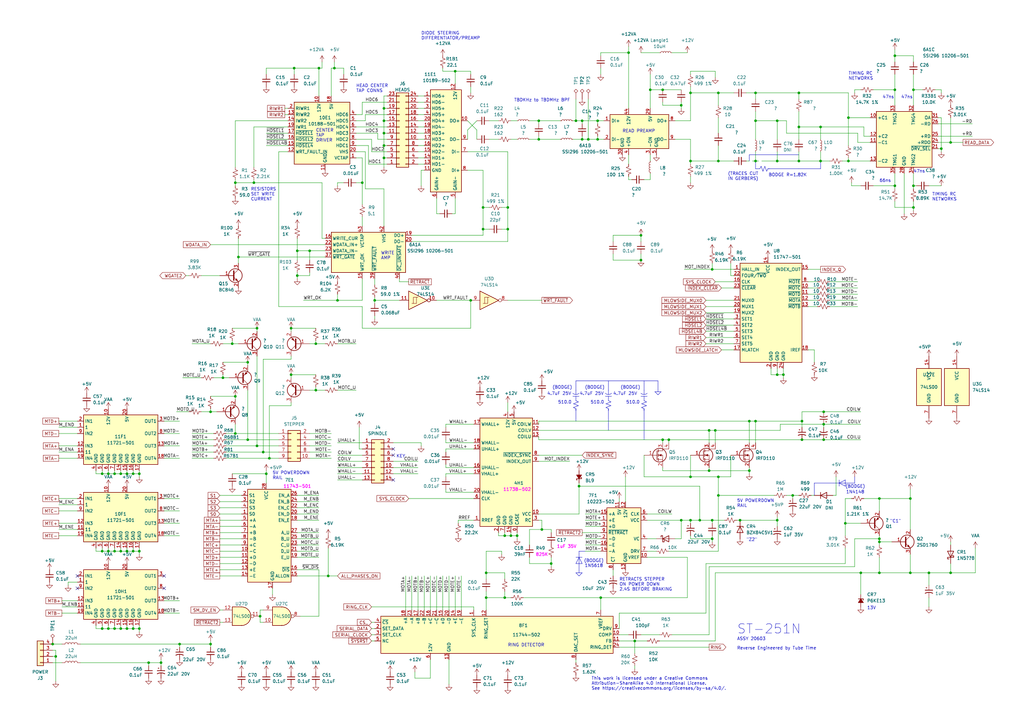
<source format=kicad_sch>
(kicad_sch (version 20231120) (generator "eeschema") (generator_version "8.0")
  (paper "A3")
  (junction (at 283.21 66.04))
  (junction (at 262.89 106.68))
  (junction (at 157.48 44.45))
  (junction (at 367.03 76.2))
  (junction (at 41.91 194.31))
  (junction (at 73.66 264.16))
  (junction (at 283.21 38.1))
  (junction (at 336.55 66.04))
  (junction (at 157.48 59.69))
  (junction (at 238.76 57.15))
  (junction (at 127 102.87))
  (junction (at 245.11 49.53))
  (junction (at 318.77 49.53))
  (junction (at 294.64 38.1))
  (junction (at 209.55 219.71))
  (junction (at 292.1 220.98))
  (junction (at 148.59 74.93))
  (junction (at 360.68 222.25))
  (junction (at 153.67 123.19))
  (junction (at 222.25 217.17))
  (junction (at 374.65 85.09))
  (junction (at 49.53 226.06))
  (junction (at 236.22 49.53))
  (junction (at 157.48 64.77))
  (junction (at 294.64 195.58))
  (junction (at 307.34 172.72))
  (junction (at 337.82 168.91))
  (junction (at 220.98 57.15))
  (junction (at 360.68 234.95))
  (junction (at 318.77 213.36))
  (junction (at 266.7 36.83))
  (junction (at 279.4 43.18))
  (junction (at 207.01 245.11))
  (junction (at 121.92 102.87))
  (junction (at 86.36 264.16))
  (junction (at 309.88 38.1))
  (junction (at 360.68 220.98))
  (junction (at 328.93 172.72))
  (junction (at 353.06 234.95))
  (junction (at 212.09 219.71))
  (junction (at 157.48 49.53))
  (junction (at 367.03 22.86))
  (junction (at 381 234.95))
  (junction (at 119.38 153.67))
  (junction (at 129.54 160.02))
  (junction (at 260.35 262.89))
  (junction (at 220.98 49.53))
  (junction (at 57.15 194.31))
  (junction (at 44.45 194.31))
  (junction (at 199.39 245.11))
  (junction (at 52.07 226.06))
  (junction (at 321.31 153.67))
  (junction (at 309.88 66.04))
  (junction (at 105.41 182.88))
  (junction (at 208.28 85.09))
  (junction (at 327.66 66.04))
  (junction (at 290.83 193.04))
  (junction (at 60.96 271.78))
  (junction (at 294.64 203.2))
  (junction (at 52.07 194.31))
  (junction (at 46.99 226.06))
  (junction (at 309.88 49.53))
  (junction (at 347.98 48.26))
  (junction (at 107.95 185.42))
  (junction (at 238.76 49.53))
  (junction (at 86.36 168.91))
  (junction (at 49.53 194.31))
  (junction (at 367.03 36.83))
  (junction (at 337.82 180.34))
  (junction (at 292.1 110.49))
  (junction (at 360.68 204.47))
  (junction (at 389.89 58.42))
  (junction (at 96.52 74.93))
  (junction (at 287.02 213.36))
  (junction (at 134.62 236.22))
  (junction (at 226.06 231.14))
  (junction (at 54.61 257.81))
  (junction (at 46.99 257.81))
  (junction (at 318.77 66.04))
  (junction (at 49.53 257.81))
  (junction (at 130.81 27.94))
  (junction (at 208.28 93.98))
  (junction (at 157.48 54.61))
  (junction (at 257.81 21.59))
  (junction (at 373.38 234.95))
  (junction (at 336.55 52.07))
  (junction (at 137.16 27.94))
  (junction (at 198.12 85.09))
  (junction (at 307.34 193.04))
  (junction (at 41.91 257.81))
  (junction (at 97.79 105.41))
  (junction (at 120.65 27.94))
  (junction (at 110.49 187.96))
  (junction (at 347.98 66.04))
  (junction (at 283.21 213.36))
  (junction (at 274.32 180.34))
  (junction (at 294.64 66.04))
  (junction (at 129.54 140.97))
  (junction (at 95.25 140.97))
  (junction (at 105.41 134.62))
  (junction (at 57.15 257.81))
  (junction (at 346.71 214.63))
  (junction (at 279.4 213.36))
  (junction (at 121.92 113.03))
  (junction (at 262.89 96.52))
  (junction (at 44.45 226.06))
  (junction (at 374.65 76.2))
  (junction (at 325.12 203.2))
  (junction (at 293.37 176.53))
  (junction (at 104.14 74.93))
  (junction (at 106.68 252.73))
  (junction (at 199.39 234.95))
  (junction (at 292.1 213.36))
  (junction (at 389.89 234.95))
  (junction (at 198.12 93.98))
  (junction (at 283.21 195.58))
  (junction (at 66.04 271.78))
  (junction (at 246.38 245.11))
  (junction (at 374.65 36.83))
  (junction (at 207.01 219.71))
  (junction (at 309.88 172.72))
  (junction (at 44.45 257.81))
  (junction (at 327.66 38.1))
  (junction (at 373.38 204.47))
  (junction (at 327.66 52.07))
  (junction (at 96.52 177.8))
  (junction (at 303.53 213.36))
  (junction (at 237.49 199.39))
  (junction (at 241.3 57.15))
  (junction (at 91.44 154.94))
  (junction (at 271.78 36.83))
  (junction (at 109.22 194.31))
  (junction (at 119.38 134.62))
  (junction (at 101.6 180.34))
  (junction (at 52.07 257.81))
  (junction (at 41.91 226.06))
  (junction (at 271.78 180.34))
  (junction (at 22.86 269.24))
  (junction (at 96.52 162.56))
  (junction (at 318.77 153.67))
  (junction (at 337.82 173.99))
  (junction (at 101.6 148.59))
  (junction (at 46.99 194.31))
  (junction (at 138.43 123.19))
  (junction (at 328.93 180.34))
  (junction (at 54.61 194.31))
  (junction (at 186.69 29.21))
  (junction (at 245.11 57.15))
  (junction (at 54.61 226.06))
  (junction (at 21.59 264.16))
  (junction (at 290.83 176.53))
  (junction (at 57.15 226.06))
  (junction (at 193.04 123.19))
  (junction (at 386.08 60.96))
  (no_connect (at 31.75 236.22))
  (no_connect (at 161.29 184.15))
  (no_connect (at 67.31 236.22))
  (no_connect (at 67.31 241.3))
  (no_connect (at 161.29 196.85))
  (no_connect (at 161.29 186.69))
  (no_connect (at 31.75 241.3))
  (wire (pts (xy 246.38 223.52) (xy 240.03 223.52)))
  (wire (pts (xy 107.95 250.19) (xy 106.68 250.19)))
  (wire (pts (xy 152.4 257.81) (xy 153.67 257.81)))
  (polyline (pts (xy 249.555 160.02) (xy 249.555 156.21)))
  (wire (pts (xy 90.17 236.22) (xy 99.06 236.22)))
  (wire (pts (xy 138.43 160.02) (xy 146.05 160.02)))
  (polyline (pts (xy 236.22 156.21) (xy 269.875 156.21)))
  (wire (pts (xy 121.92 236.22) (xy 134.62 236.22)))
  (wire (pts (xy 400.05 224.79) (xy 400.05 234.95)))
  (wire (pts (xy 300.99 143.51) (xy 295.91 143.51)))
  (wire (pts (xy 54.61 194.31) (xy 57.15 194.31)))
  (wire (pts (xy 95.25 140.97) (xy 97.79 140.97)))
  (wire (pts (xy 279.4 41.91) (xy 279.4 43.18)))
  (wire (pts (xy 389.89 231.14) (xy 389.89 234.95)))
  (wire (pts (xy 173.99 236.22) (xy 173.99 250.19)))
  (polyline (pts (xy 249.555 167.64) (xy 249.555 168.402)))
  (wire (pts (xy 316.23 153.67) (xy 318.77 153.67)))
  (wire (pts (xy 207.01 237.49) (xy 207.01 234.95)))
  (wire (pts (xy 105.41 182.88) (xy 114.3 182.88)))
  (wire (pts (xy 246.38 210.82) (xy 240.03 210.82)))
  (wire (pts (xy 90.17 223.52) (xy 99.06 223.52)))
  (polyline (pts (xy 235.204 167.132) (xy 236.22 167.64)))
  (wire (pts (xy 340.36 115.57) (xy 351.79 115.57)))
  (wire (pts (xy 186.69 29.21) (xy 193.04 29.21)))
  (wire (pts (xy 349.25 74.93) (xy 349.25 76.2)))
  (wire (pts (xy 254 204.47) (xy 254 205.74)))
  (wire (pts (xy 90.17 226.06) (xy 99.06 226.06)))
  (wire (pts (xy 78.74 185.42) (xy 87.63 185.42)))
  (wire (pts (xy 149.86 49.53) (xy 149.86 46.99)))
  (polyline (pts (xy 264.16 162.56) (xy 264.16 164.338)))
  (wire (pts (xy 152.4 260.35) (xy 153.67 260.35)))
  (wire (pts (xy 289.56 130.81) (xy 300.99 130.81)))
  (wire (pts (xy 217.17 49.53) (xy 220.98 49.53)))
  (wire (pts (xy 264.16 195.58) (xy 264.16 186.69)))
  (polyline (pts (xy 264.16 161.798) (xy 264.16 160.02)))
  (wire (pts (xy 41.91 257.81) (xy 44.45 257.81)))
  (polyline (pts (xy 248.539 167.132) (xy 249.555 167.64)))
  (wire (pts (xy 97.79 105.41) (xy 133.35 105.41)))
  (wire (pts (xy 153.67 123.19) (xy 153.67 124.46)))
  (polyline (pts (xy 237.49 228.6) (xy 238.76 231.14)))
  (wire (pts (xy 104.14 68.58) (xy 104.14 52.07)))
  (wire (pts (xy 351.79 54.61) (xy 351.79 58.42)))
  (wire (pts (xy 241.3 40.64) (xy 241.3 57.15)))
  (wire (pts (xy 350.52 232.41) (xy 290.83 232.41)))
  (wire (pts (xy 138.43 191.77) (xy 148.59 191.77)))
  (wire (pts (xy 152.4 262.89) (xy 153.67 262.89)))
  (wire (pts (xy 132.08 97.79) (xy 132.08 74.93)))
  (wire (pts (xy 157.48 54.61) (xy 157.48 59.69)))
  (wire (pts (xy 133.35 140.97) (xy 129.54 140.97)))
  (wire (pts (xy 303.53 213.36) (xy 318.77 213.36)))
  (wire (pts (xy 138.43 74.93) (xy 140.97 74.93)))
  (wire (pts (xy 151.13 67.31) (xy 158.75 67.31)))
  (wire (pts (xy 119.38 134.62) (xy 119.38 135.89)))
  (wire (pts (xy 49.53 257.81) (xy 49.53 256.54)))
  (wire (pts (xy 90.17 231.14) (xy 99.06 231.14)))
  (wire (pts (xy 262.89 21.59) (xy 270.51 21.59)))
  (wire (pts (xy 283.21 72.39) (xy 283.21 74.93)))
  (wire (pts (xy 24.13 177.8) (xy 31.75 177.8)))
  (wire (pts (xy 22.86 269.24) (xy 21.59 269.24)))
  (wire (pts (xy 161.29 181.61) (xy 172.72 181.61)))
  (wire (pts (xy 158.75 49.53) (xy 157.48 49.53)))
  (wire (pts (xy 367.03 20.32) (xy 367.03 22.86)))
  (wire (pts (xy 52.07 226.06) (xy 52.07 224.79)))
  (polyline (pts (xy 265.176 164.846) (xy 263.144 165.608)))
  (wire (pts (xy 220.98 180.34) (xy 220.98 179.07)))
  (wire (pts (xy 31.75 238.76) (xy 27.94 238.76)))
  (wire (pts (xy 381 234.95) (xy 381 240.03)))
  (wire (pts (xy 294.64 203.2) (xy 317.5 203.2)))
  (wire (pts (xy 171.45 236.22) (xy 171.45 250.19)))
  (wire (pts (xy 322.58 203.2) (xy 325.12 203.2)))
  (wire (pts (xy 186.69 87.63) (xy 185.42 87.63)))
  (wire (pts (xy 289.56 135.89) (xy 300.99 135.89)))
  (wire (pts (xy 86.36 265.43) (xy 86.36 264.16)))
  (wire (pts (xy 149.86 77.47) (xy 157.48 77.47)))
  (wire (pts (xy 182.88 181.61) (xy 194.31 181.61)))
  (wire (pts (xy 246.38 21.59) (xy 257.81 21.59)))
  (wire (pts (xy 299.72 186.69) (xy 299.72 195.58)))
  (wire (pts (xy 257.81 19.05) (xy 257.81 21.59)))
  (wire (pts (xy 283.21 195.58) (xy 294.64 195.58)))
  (wire (pts (xy 154.94 54.61) (xy 154.94 57.15)))
  (wire (pts (xy 318.77 49.53) (xy 322.58 49.53)))
  (polyline (pts (xy 264.16 164.338) (xy 265.176 164.846)))
  (wire (pts (xy 238.76 49.53) (xy 245.11 49.53)))
  (wire (pts (xy 182.88 194.31) (xy 194.31 194.31)))
  (wire (pts (xy 293.37 176.53) (xy 293.37 181.61)))
  (wire (pts (xy 367.03 36.83) (xy 367.03 43.18)))
  (wire (pts (xy 294.64 66.04) (xy 300.99 66.04)))
  (wire (pts (xy 86.36 168.91) (xy 88.9 168.91)))
  (wire (pts (xy 95.25 194.31) (xy 109.22 194.31)))
  (wire (pts (xy 293.37 234.95) (xy 353.06 234.95)))
  (wire (pts (xy 335.28 118.11) (xy 331.47 118.11)))
  (wire (pts (xy 358.14 36.83) (xy 367.03 36.83)))
  (wire (pts (xy 312.42 66.04) (xy 318.77 66.04)))
  (wire (pts (xy 289.56 138.43) (xy 300.99 138.43)))
  (polyline (pts (xy 265.176 166.37) (xy 263.144 167.132)))
  (wire (pts (xy 198.12 85.09) (xy 198.12 93.98)))
  (wire (pts (xy 309.88 172.72) (xy 309.88 181.61)))
  (wire (pts (xy 374.65 76.2) (xy 375.92 76.2)))
  (polyline (pts (xy 314.96 69.215) (xy 315.722 69.215)))
  (wire (pts (xy 289.56 140.97) (xy 300.99 140.97)))
  (wire (pts (xy 138.43 181.61) (xy 148.59 181.61)))
  (wire (pts (xy 46.99 226.06) (xy 49.53 226.06)))
  (wire (pts (xy 92.71 185.42) (xy 107.95 185.42)))
  (wire (pts (xy 90.17 218.44) (xy 99.06 218.44)))
  (wire (pts (xy 148.59 46.99) (xy 148.59 41.91)))
  (wire (pts (xy 73.66 264.16) (xy 73.66 265.43)))
  (wire (pts (xy 237.49 199.39) (xy 287.02 199.39)))
  (wire (pts (xy 24.13 182.88) (xy 31.75 182.88)))
  (wire (pts (xy 82.55 168.91) (xy 86.36 168.91)))
  (wire (pts (xy 179.07 81.28) (xy 179.07 87.63)))
  (wire (pts (xy 146.05 52.07) (xy 158.75 52.07)))
  (wire (pts (xy 212.09 219.71) (xy 212.09 218.44)))
  (wire (pts (xy 367.03 30.48) (xy 367.03 36.83)))
  (wire (pts (xy 332.74 203.2) (xy 334.01 203.2)))
  (wire (pts (xy 52.07 257.81) (xy 54.61 257.81)))
  (wire (pts (xy 49.53 226.06) (xy 49.53 224.79)))
  (wire (pts (xy 292.1 220.98) (xy 283.21 220.98)))
  (wire (pts (xy 119.38 166.37) (xy 110.49 166.37)))
  (wire (pts (xy 184.15 270.51) (xy 184.15 280.67)))
  (wire (pts (xy 389.89 58.42) (xy 394.97 58.42)))
  (wire (pts (xy 171.45 64.77) (xy 173.99 64.77)))
  (wire (pts (xy 171.45 59.69) (xy 173.99 59.69)))
  (wire (pts (xy 349.25 76.2) (xy 353.06 76.2)))
  (wire (pts (xy 198.12 93.98) (xy 198.12 96.52)))
  (polyline (pts (xy 346.71 196.85) (xy 346.71 199.39)))
  (wire (pts (xy 384.81 55.88) (xy 398.78 55.88)))
  (wire (pts (xy 191.77 62.23) (xy 208.28 62.23)))
  (wire (pts (xy 49.53 257.81) (xy 52.07 257.81)))
  (wire (pts (xy 246.38 27.94) (xy 246.38 30.48)))
  (wire (pts (xy 283.21 35.56) (xy 283.21 38.1)))
  (polyline (pts (xy 237.49 226.06) (xy 237.49 228.6)))
  (wire (pts (xy 246.38 245.11) (xy 281.94 245.11)))
  (wire (pts (xy 106.68 252.73) (xy 106.68 255.27)))
  (wire (pts (xy 335.28 115.57) (xy 331.47 115.57)))
  (wire (pts (xy 238.76 57.15) (xy 241.3 57.15)))
  (wire (pts (xy 386.08 36.83) (xy 386.08 38.1)))
  (wire (pts (xy 265.43 228.6) (xy 281.94 228.6)))
  (wire (pts (xy 374.65 85.09) (xy 374.65 82.55)))
  (wire (pts (xy 121.92 111.76) (xy 121.92 113.03)))
  (wire (pts (xy 182.88 190.5) (xy 182.88 191.77)))
  (wire (pts (xy 245.11 49.53) (xy 245.11 50.8)))
  (wire (pts (xy 179.07 87.63) (xy 180.34 87.63)))
  (wire (pts (xy 135.89 39.37) (xy 135.89 27.94)))
  (wire (pts (xy 374.65 86.36) (xy 374.65 85.09)))
  (wire (pts (xy 337.82 173.99) (xy 337.82 175.26)))
  (wire (pts (xy 220.98 176.53) (xy 290.83 176.53)))
  (wire (pts (xy 222.25 213.36) (xy 222.25 217.17)))
  (wire (pts (xy 181.61 27.94) (xy 181.61 29.21)))
  (wire (pts (xy 57.15 226.06) (xy 57.15 224.79)))
  (wire (pts (xy 148.59 125.73) (xy 148.59 134.62)))
  (wire (pts (xy 321.31 154.94) (xy 321.31 153.67)))
  (wire (pts (xy 107.95 185.42) (xy 114.3 185.42)))
  (wire (pts (xy 33.02 271.78) (xy 60.96 271.78)))
  (wire (pts (xy 121.92 205.74) (xy 130.81 205.74)))
  (wire (pts (xy 22.86 269.24) (xy 22.86 279.4)))
  (wire (pts (xy 274.32 226.06) (xy 294.64 226.06)))
  (wire (pts (xy 354.33 55.88) (xy 356.87 55.88)))
  (wire (pts (xy 118.11 62.23) (xy 114.3 62.23)))
  (wire (pts (xy 127 102.87) (xy 121.92 102.87)))
  (wire (pts (xy 328.93 168.91) (xy 328.93 172.72)))
  (wire (pts (xy 309.88 172.72) (xy 328.93 172.72)))
  (wire (pts (xy 274.32 180.34) (xy 328.93 180.34)))
  (wire (pts (xy 96.52 73.66) (xy 96.52 74.93)))
  (wire (pts (xy 220.98 49.53) (xy 229.87 49.53)))
  (wire (pts (xy 279.4 43.18) (xy 271.78 43.18)))
  (wire (pts (xy 222.25 217.17) (xy 217.17 217.17)))
  (wire (pts (xy 82.55 113.03) (xy 90.17 113.03)))
  (wire (pts (xy 90.17 213.36) (xy 99.06 213.36)))
  (wire (pts (xy 360.68 228.6) (xy 360.68 234.95)))
  (wire (pts (xy 275.59 260.35) (xy 290.83 260.35)))
  (wire (pts (xy 67.31 214.63) (xy 73.66 214.63)))
  (wire (pts (xy 193.04 29.21) (xy 193.04 30.48)))
  (wire (pts (xy 337.82 173.99) (xy 353.06 173.99)))
  (wire (pts (xy 149.86 46.99) (xy 158.75 46.99)))
  (wire (pts (xy 195.58 53.34) (xy 195.58 57.15)))
  (wire (pts (xy 24.13 175.26) (xy 31.75 175.26)))
  (wire (pts (xy 299.72 107.95) (xy 299.72 113.03)))
  (wire (pts (xy 179.07 236.22) (xy 179.07 250.19)))
  (wire (pts (xy 46.99 257.81) (xy 46.99 256.54)))
  (wire (pts (xy 39.37 257.81) (xy 41.91 257.81)))
  (wire (pts (xy 119.38 165.1) (xy 119.38 166.37)))
  (wire (pts (xy 168.91 236.22) (xy 168.91 250.19)))
  (wire (pts (xy 157.48 64.77) (xy 157.48 68.58)))
  (wire (pts (xy 226.06 228.6) (xy 226.06 231.14)))
  (wire (pts (xy 205.74 85.09) (xy 208.28 85.09)))
  (wire (pts (xy 205.74 93.98) (xy 208.28 93.98)))
  (wire (pts (xy 374.65 30.48) (xy 374.65 36.83)))
  (polyline (pts (xy 307.34 63.5) (xy 327.66 63.5)))
  (wire (pts (xy 260.35 262.89) (xy 260.35 267.97)))
  (wire (pts (xy 153.67 121.92) (xy 153.67 123.19)))
  (wire (pts (xy 182.88 201.93) (xy 194.31 201.93)))
  (wire (pts (xy 309.88 49.53) (xy 309.88 57.15)))
  (wire (pts (xy 346.71 214.63) (xy 346.71 219.71)))
  (wire (pts (xy 24.13 172.72) (xy 31.75 172.72)))
  (wire (pts (xy 234.95 57.15) (xy 238.76 57.15)))
  (wire (pts (xy 137.16 25.4) (xy 137.16 27.94)))
  (wire (pts (xy 240.03 213.36) (xy 246.38 213.36)))
  (wire (pts (xy 306.07 38.1) (xy 309.88 38.1)))
  (wire (pts (xy 283.21 213.36) (xy 287.02 213.36)))
  (wire (pts (xy 289.56 133.35) (xy 300.99 133.35)))
  (wire (pts (xy 110.49 166.37) (xy 110.49 187.96)))
  (wire (pts (xy 182.88 200.66) (xy 182.88 201.93)))
  (wire (pts (xy 240.03 215.9) (xy 246.38 215.9)))
  (wire (pts (xy 337.82 168.91) (xy 353.06 168.91)))
  (wire (pts (xy 294.64 48.26) (xy 294.64 54.61)))
  (wire (pts (xy 234.95 49.53) (xy 236.22 49.53)))
  (wire (pts (xy 92.71 180.34) (xy 101.6 180.34)))
  (wire (pts (xy 220.98 180.34) (xy 271.78 180.34)))
  (wire (pts (xy 24.13 217.17) (xy 31.75 217.17)))
  (polyline (pts (xy 236.22 160.02) (xy 236.22 156.21)))
  (polyline (pts (xy 236.22 172.72) (xy 236.22 167.64)))
  (wire (pts (xy 306.07 66.04) (xy 307.34 66.04)))
  (wire (pts (xy 171.45 67.31) (xy 173.99 67.31)))
  (wire (pts (xy 161.29 191.77) (xy 171.45 191.77)))
  (wire (pts (xy 327.66 52.07) (xy 327.66 57.15)))
  (wire (pts (xy 96.52 68.58) (xy 96.52 49.53)))
  (wire (pts (xy 27.94 238.76) (xy 27.94 240.03)))
  (wire (pts (xy 129.54 158.75) (xy 129.54 160.02)))
  (wire (pts (xy 307.34 172.72) (xy 309.88 172.72)))
  (wire (pts (xy 265.43 220.98) (xy 269.24 220.98)))
  (wire (pts (xy 236.22 270.51) (xy 236.22 271.78)))
  (wire (pts (xy 341.63 203.2) (xy 342.9 203.2)))
  (wire (pts (xy 158.75 39.37) (xy 157.48 39.37)))
  (wire (pts (xy 127 182.88) (xy 135.89 182.88)))
  (wire (pts (xy 347.98 48.26) (xy 347.98 38.1)))
  (wire (pts (xy 96.52 173.99) (xy 96.52 177.8)))
  (wire (pts (xy 157.48 64.77) (xy 157.48 59.69)))
  (polyline (pts (xy 344.17 198.12) (xy 346.71 196.85)))
  (wire (pts (xy 39.37 194.31) (xy 41.91 194.31)))
  (wire (pts (xy 127 180.34) (xy 135.89 180.34)))
  (wire (pts (xy 87.63 154.94) (xy 91.44 154.94)))
  (wire (pts (xy 374.65 36.83) (xy 378.46 36.83)))
  (wire (pts (xy 148.59 88.9) (xy 148.59 92.71)))
  (wire (pts (xy 279.4 213.36) (xy 279.4 220.98)))
  (wire (pts (xy 204.47 218.44) (xy 204.47 219.71)))
  (wire (pts (xy 124.46 123.19) (xy 138.43 123.19)))
  (wire (pts (xy 199.39 226.06) (xy 199.39 234.95)))
  (wire (pts (xy 67.31 177.8) (xy 73.66 177.8)))
  (wire (pts (xy 121.92 223.52) (xy 130.81 223.52)))
  (wire (pts (xy 251.46 104.14) (xy 251.46 106.68)))
  (wire (pts (xy 220.98 210.82) (xy 237.49 210.82)))
  (wire (pts (xy 90.17 220.98) (xy 99.06 220.98)))
  (polyline (pts (xy 249.555 164.338) (xy 250.571 164.846)))
  (wire (pts (xy 135.89 27.94) (xy 137.16 27.94)))
  (wire (pts (xy 171.45 52.07) (xy 173.99 52.07)))
  (wire (pts (xy 259.08 73.66) (xy 257.81 73.66)))
  (wire (pts (xy 241.3 57.15) (xy 245.11 57.15)))
  (wire (pts (xy 157.48 44.45) (xy 157.48 49.53)))
  (wire (pts (xy 208.28 165.1) (xy 208.28 168.91)))
  (wire (pts (xy 187.96 213.36) (xy 194.31 213.36)))
  (wire (pts (xy 187.96 213.36) (xy 187.96 214.63)))
  (wire (pts (xy 95.25 139.7) (xy 95.25 140.97)))
  (wire (pts (xy 148.59 64.77) (xy 148.59 74.93)))
  (polyline (pts (xy 350.52 195.58) (xy 350.52 198.12)))
  (wire (pts (xy 127 102.87) (xy 127 106.68)))
  (wire (pts (xy 193.04 123.19) (xy 193.04 134.62)))
  (wire (pts (xy 148.59 74.93) (xy 148.59 83.82)))
  (wire (pts (xy 367.03 71.12) (xy 367.03 76.2)))
  (wire (pts (xy 114.3 125.73) (xy 148.59 125.73)))
  (wire (pts (xy 276.86 49.53) (xy 283.21 49.53)))
  (wire (pts (xy 386.08 62.23) (xy 386.08 60.96)))
  (wire (pts (xy 293.37 29.21) (xy 283.21 29.21)))
  (wire (pts (xy 342.9 195.58) (xy 342.9 203.2)))
  (wire (pts (xy 161.29 194.31) (xy 171.45 194.31)))
  (wire (pts (xy 90.17 210.82) (xy 99.06 210.82)))
  (wire (pts (xy 292.1 219.71) (xy 292.1 220.98)))
  (polyline (pts (xy 309.88 69.215) (xy 311.658 69.215)))
  (wire (pts (xy 240.03 226.06) (xy 246.38 226.06)))
  (wire (pts (xy 256.54 195.58) (xy 256.54 205.74)))
  (wire (pts (xy 127 187.96) (xy 135.89 187.96)))
  (wire (pts (xy 57.15 194.31) (xy 57.15 193.04)))
  (wire (pts (xy 214.63 245.11) (xy 246.38 245.11)))
  (wire (pts (xy 130.81 27.94) (xy 130.81 39.37)))
  (wire (pts (xy 111.76 241.3) (xy 111.76 243.84)))
  (wire (pts (xy 41.91 226.06) (xy 44.45 226.06)))
  (wire (pts (xy 271.78 43.18) (xy 271.78 41.91)))
  (wire (pts (xy 121.92 233.68) (xy 130.81 233.68)))
  (polyline (pts (xy 265.43 162.56) (xy 262.89 162.56)))
  (wire (pts (xy 133.35 160.02) (xy 129.54 160.02)))
  (wire (pts (xy 170.18 278.13) (xy 176.53 278.13)))
  (wire (pts (xy 251.46 96.52) (xy 251.46 99.06)))
  (wire (pts (xy 200.66 49.53) (xy 204.47 49.53)))
  (wire (pts (xy 146.05 57.15) (xy 152.4 57.15)))
  (wire (pts (xy 309.88 62.23) (xy 309.88 66.04)))
  (wire (pts (xy 254 251.46) (xy 254 257.81)))
  (wire (pts (xy 346.71 214.63) (xy 346.71 204.47)))
  (polyline (pts (xy 263.144 167.132) (xy 264.16 167.64)))
  (wire (pts (xy 44.45 194.31) (xy 44.45 193.04)))
  (polyline (pts (xy 269.875 156.21) (xy 269.875 160.655)))
  (wire (pts (xy 245.11 55.88) (xy 245.11 57.15)))
  (wire (pts (xy 321.31 153.67) (xy 321.31 151.13)))
  (wire (pts (xy 170.18 275.59) (xy 170.18 278.13)))
  (wire (pts (xy 217.17 217.17) (xy 217.17 223.52)))
  (wire (pts (xy 327.66 66.04) (xy 336.55 66.04)))
  (wire (pts (xy 280.67 110.49) (xy 292.1 110.49)))
  (wire (pts (xy 106.68 250.19) (xy 106.68 252.73)))
  (wire (pts (xy 245.11 49.53) (xy 247.65 49.53)))
  (wire (pts (xy 246.38 21.59) (xy 246.38 22.86)))
  (wire (pts (xy 153.67 129.54) (xy 153.67 130.81)))
  (wire (pts (xy 90.17 215.9) (xy 99.06 215.9)))
  (wire (pts (xy 266.7 71.12) (xy 266.7 73.66)))
  (wire (pts (xy 67.31 246.38) (xy 73.66 246.38)))
  (wire (pts (xy 220.98 172.72) (xy 220.98 173.99)))
  (wire (pts (xy 347.98 64.77) (xy 347.98 66.04)))
  (wire (pts (xy 166.37 236.22) (xy 166.37 250.19)))
  (wire (pts (xy 78.74 177.8) (xy 87.63 177.8)))
  (polyline (pts (xy 344.17 196.85) (xy 344.17 199.39)))
  (wire (pts (xy 309.88 49.53) (xy 318.77 49.53)))
  (polyline (pts (xy 334.01 198.12) (xy 344.17 198.12)))
  (wire (pts (xy 184.15 236.22) (xy 184.15 250.19)))
  (wire (pts (xy 44.45 226.06) (xy 46.99 226.06)))
  (wire (pts (xy 163.83 115.57) (xy 167.64 115.57)))
  (wire (pts (xy 119.38 147.32) (xy 107.95 147.32)))
  (wire (pts (xy 191.77 69.85) (xy 198.12 69.85)))
  (wire (pts (xy 120.65 27.94) (xy 130.81 27.94)))
  (wire (pts (xy 335.28 120.65) (xy 331.47 120.65)))
  (wire (pts (xy 200.66 93.98) (xy 198.12 93.98)))
  (wire (pts (xy 119.38 146.05) (xy 119.38 147.32)))
  (wire (pts (xy 354.33 204.47) (xy 360.68 204.47)))
  (wire (pts (xy 146.05 54.61) (xy 154.94 54.61)))
  (wire (pts (xy 199.39 242.57) (xy 199.39 245.11)))
  (wire (pts (xy 217.17 57.15) (xy 220.98 57.15)))
  (wire (pts (xy 186.69 81.28) (xy 186.69 87.63)))
  (wire (pts (xy 217.17 228.6) (xy 217.17 231.14)))
  (polyline (pts (xy 237.236 166.37) (xy 235.204 167.132)))
  (wire (pts (xy 121.92 228.6) (xy 130.81 228.6)))
  (wire (pts (xy 41.91 194.31) (xy 41.91 193.04)))
  (polyline (pts (xy 311.658 69.215) (xy 312.166 68.199)))
  (wire (pts (xy 345.44 66.04) (xy 347.98 66.04)))
  (wire (pts (xy 251.46 106.68) (xy 262.89 106.68)))
  (wire (pts (xy 294.64 195.58) (xy 299.72 195.58)))
  (wire (pts (xy 254 251.46) (xy 289.56 251.46)))
  (wire (pts (xy 262.89 99.06) (xy 262.89 96.52)))
  (wire (pts (xy 262.89 96.52) (xy 251.46 96.52)))
  (polyline (pts (xy 264.16 180.34) (xy 264.16 167.64)))
  (wire (pts (xy 289.56 231.14) (xy 346.71 231.14)))
  (wire (pts (xy 270.51 262.89) (xy 293.37 262.89)))
  (wire (pts (xy 78.74 140.97) (xy 86.36 140.97)))
  (wire (pts (xy 46.99 194.31) (xy 46.99 193.04)))
  (wire (pts (xy 279.4 43.18) (xy 279.4 44.45)))
  (wire (pts (xy 148.59 64.77) (xy 146.05 64.77)))
  (wire (pts (xy 318.77 49.53) (xy 318.77 57.15)))
  (wire (pts (xy 41.91 226.06) (xy 41.91 224.79)))
  (wire (pts (xy 134.62 224.79) (xy 134.62 236.22)))
  (wire (pts (xy 119.38 153.67) (xy 119.38 154.94)))
  (wire (pts (xy 104.14 73.66) (xy 104.14 74.93)))
  (wire (pts (xy 44.45 257.81) (xy 44.45 256.54)))
  (wire (pts (xy 207.01 218.44) (xy 207.01 219.71)))
  (wire (pts (xy 283.21 66.04) (xy 294.64 66.04)))
  (wire (pts (xy 293.37 31.75) (xy 293.37 29.21)))
  (wire (pts (xy 109.22 27.94) (xy 109.22 30.48)))
  (wire (pts (xy 91.44 154.94) (xy 93.98 154.94)))
  (wire (pts (xy 52.07 194.31) (xy 54.61 194.31)))
  (wire (pts (xy 97.79 105.41) (xy 97.79 107.95)))
  (wire (pts (xy 205.74 227.33) (xy 205.74 226.06)))
  (wire (pts (xy 271.78 180.34) (xy 274.32 180.34)))
  (wire (pts (xy 266.7 36.83) (xy 266.7 44.45)))
  (wire (pts (xy 300.99 128.27) (xy 289.56 128.27)))
  (wire (pts (xy 158.75 54.61) (xy 157.48 54.61)))
  (wire (pts (xy 275.59 210.82) (xy 265.43 210.82)))
  (wire (pts (xy 283.21 38.1) (xy 294.64 38.1)))
  (wire (pts (xy 346.71 224.79) (xy 346.71 231.14)))
  (polyline (pts (xy 236.22 234.95) (xy 237.49 234.95)))
  (wire (pts (xy 283.21 38.1) (xy 283.21 49.53)))
  (wire (pts (xy 351.79 125.73) (xy 340.36 125.73)))
  (wire (pts (xy 336.55 66.04) (xy 340.36 66.04)))
  (polyline (pts (xy 346.71 199.39) (xy 344.17 198.12)))
  (wire (pts (xy 290.83 176.53) (xy 293.37 176.53)))
  (wire (pts (xy 44.45 257.81) (xy 46.99 257.81)))
  (wire (pts (xy 307.34 193.04) (xy 307.34 194.31)))
  (wire (pts (xy 293.37 262.89) (xy 293.37 234.95)))
  (wire (pts (xy 271.78 193.04) (xy 271.78 191.77)))
  (wire (pts (xy 337.82 180.34) (xy 353.06 180.34)))
  (wire (pts (xy 22.86 266.7) (xy 22.86 269.24)))
  (wire (pts (xy 300.99 123.19) (xy 289.56 123.19)))
  (wire (pts (xy 101.6 160.02) (xy 101.6 180.34)))
  (wire (pts (xy 44.45 226.06) (xy 44.45 224.79)))
  (wire (pts (xy 254 265.43) (xy 290.83 265.43)))
  (wire (pts (xy 146.05 62.23) (xy 149.86 62.23)))
  (wire (pts (xy 283.21 220.98) (xy 283.21 219.71)))
  (polyline (pts (xy 314.452 70.231) (xy 314.96 69.215)))
  (wire (pts (xy 292.1 220.98) (xy 292.1 222.25)))
  (wire (pts (xy 346.71 214.63) (xy 353.06 214.63)))
  (wire (pts (xy 351.79 58.42) (xy 356.87 58.42)))
  (polyline (pts (xy 344.17 198.12) (xy 350.52 198.12)))
  (wire (pts (xy 207.01 219.71) (xy 209.55 219.71)))
  (wire (pts (xy 331.47 143.51) (xy 334.01 143.51)))
  (wire (pts (xy 276.86 220.98) (xy 279.4 220.98)))
  (polyline (pts (xy 336.55 66.04) (xy 336.55 69.215)))
  (wire (pts (xy 265.43 226.06) (xy 269.24 226.06)))
  (polyline (pts (xy 249.555 176.53) (xy 249.555 167.64)))
  (wire (pts (xy 132.08 97.79) (xy 133.35 97.79)))
  (wire (pts (xy 220.98 50.8) (xy 220.98 49.53)))
  (wire (pts (xy 254 262.89) (xy 260.35 262.89)))
  (wire (pts (xy 220.98 213.36) (xy 222.25 213.36)))
  (wire (pts (xy 208.28 93.98) (xy 208.28 99.06)))
  (wire (pts (xy 209.55 219.71) (xy 212.09 219.71)))
  (wire (pts (xy 21.59 264.16) (xy 25.4 264.16)))
  (wire (pts (xy 116.84 46.99) (xy 118.11 46.99)))
  (wire (pts (xy 41.91 194.31) (xy 44.45 194.31)))
  (wire (pts (xy 153.67 123.19) (xy 163.83 123.19)))
  (wire (pts (xy 318.77 153.67) (xy 321.31 153.67)))
  (polyline (pts (xy 235.204 165.608) (xy 237.236 166.37)))
  (wire (pts (xy 106.68 255.27) (xy 107.95 255.27)))
  (wire (pts (xy 238.76 55.88) (xy 238.76 57.15)))
  (wire (pts (xy 114.3 62.23) (xy 114.3 125.73)))
  (wire (pts (xy 67.31 187.96) (xy 73.66 187.96)))
  (wire (pts (xy 104.14 52.07) (xy 118.11 52.07)))
  (wire (pts (xy 340.36 120.65) (xy 351.79 120.65)))
  (wire (pts (xy 86.36 262.89) (xy 86.36 264.16)))
  (wire (pts (xy 92.71 177.8) (xy 96.52 177.8)))
  (wire (pts (xy 292.1 213.36) (xy 297.18 213.36)))
  (wire (pts (xy 104.14 74.93) (xy 132.08 74.93)))
  (wire (pts (xy 74.93 154.94) (xy 82.55 154.94)))
  (wire (pts (xy 147.32 184.15) (xy 148.59 184.15)))
  (wire (pts (xy 121.92 218.44) (xy 130.81 218.44)))
  (wire (pts (xy 148.59 134.62) (xy 193.04 134.62)))
  (wire (pts (xy 86.36 100.33) (xy 133.35 100.33)))
  (wire (pts (xy 171.45 62.23) (xy 173.99 62.23)))
  (wire (pts (xy 367.03 76.2) (xy 367.03 77.47)))
  (wire (pts (xy 138.43 76.2) (xy 138.43 74.93)))
  (wire (pts (xy 381 245.11) (xy 381 248.92)))
  (wire (pts (xy 360.68 219.71) (xy 360.68 220.98)))
  (wire (pts (xy 171.45 41.91) (xy 173.99 41.91)))
  (wire (pts (xy 327.66 40.64) (xy 327.66 38.1)))
  (wire (pts (xy 172.72 181.61) (xy 172.72 182.88)))
  (wire (pts (xy 109.22 54.61) (xy 118.11 54.61)))
  (wire (pts (xy 109.22 59.69) (xy 118.11 59.69)))
  (wire (pts (xy 328.93 175.26) (xy 328.93 172.72)))
  (wire (pts (xy 33.02 264.16) (xy 73.66 264.16)))
  (wire (pts (xy 381 234.95) (xy 389.89 234.95)))
  (polyline (pts (xy 237.49 236.22) (xy 236.22 234.95)))
  (wire (pts (xy 309.88 38.1) (xy 309.88 40.64)))
  (wire (pts (xy 146.05 59.69) (xy 151.13 59.69)))
  (wire (pts (xy 336.55 52.07) (xy 336.55 57.15)))
  (polyline (pts (xy 237.49 234.95) (xy 238.76 234.95)))
  (wire (pts (xy 207.01 242.57) (xy 207.01 245.11)))
  (wire (pts (xy 148.59 41.91) (xy 158.75 41.91)))
  (wire (pts (xy 220.98 57.15) (xy 229.87 57.15)))
  (wire (pts (xy 133.35 102.87) (xy 127 102.87)))
  (wire (pts (xy 140.97 27.94) (xy 140.97 30.48)))
  (wire (pts (xy 220.98 189.23) (xy 233.68 189.23)))
  (polyline (pts (xy 237.49 228.6) (xy 237.49 234.95)))
  (wire (pts (xy 129.54 160.02) (xy 127 160.02)))
  (wire (pts (xy 49.53 194.31) (xy 49.53 193.04)))
  (wire (pts (xy 167.64 204.47) (xy 194.31 204.47)))
  (wire (pts (xy 367.03 82.55) (xy 367.03 85.09)))
  (wire (pts (xy 266.7 63.5) (xy 266.7 66.04)))
  (wire (pts (xy 130.81 27.94) (xy 132.08 27.94)))
  (wire (pts (xy 57.15 257.81) (xy 57.15 256.54)))
  (wire (pts (xy 67.31 209.55) (xy 73.66 209.55)))
  (wire (pts (xy 171.45 54.61) (xy 173.99 54.61)))
  (wire (pts (xy 171.45 49.53) (xy 173.99 49.53)))
  (wire (pts (xy 189.23 236.22) (xy 189.23 250.19)))
  (wire (pts (xy 107.95 147.32) (xy 107.95 185.42)))
  (polyline (pts (xy 238.76 231.14) (xy 236.22 231.14)))
  (wire (pts (xy 309.88 38.1) (xy 327.66 38.1)))
  (wire (pts (xy 67.31 251.46) (xy 73.66 251.46)))
  (wire (pts (xy 90.17 233.68) (xy 99.06 233.68)))
  (wire (pts (xy 331.47 110.49) (xy 336.55 110.49)))
  (polyline (pts (xy 312.166 68.199) (xy 312.928 70.231)))
  (wire (pts (xy 389.89 223.52) (xy 389.89 222.25)))
  (wire (pts (xy 157.48 39.37) (xy 157.48 44.45)))
  (wire (pts (xy 172.72 69.85) (xy 172.72 76.2)))
  (wire (pts (xy 146.05 46.99) (xy 148.59 46.99)))
  (wire (pts (xy 358.14 76.2) (xy 367.03 76.2)))
  (wire (pts (xy 105.41 134.62) (xy 105.41 135.89)))
  (wire (pts (xy 138.43 189.23) (xy 148.59 189.23)))
  (wire (pts (xy 92.71 182.88) (xy 105.41 182.88)))
  (polyline (pts (xy 249.555 161.798) (xy 249.555 160.02)))
  (wire (pts (xy 335.28 125.73) (xy 331.47 125.73)))
  (wire (pts (xy 21.59 266.7) (xy 22.86 266.7)))
  (wire (pts (xy 367.03 25.4) (xy 367.03 22.86)))
  (wire (pts (xy 91.44 148.59) (xy 101.6 148.59)))
  (wire (pts (xy 251.46 233.68) (xy 251.46 236.22)))
  (wire (pts (xy 340.36 123.19) (xy 351.79 123.19)))
  (wire (pts (xy 327.66 45.72) (xy 327.66 52.07)))
  (wire (pts (xy 309.88 45.72) (xy 309.88 49.53)))
  (wire (pts (xy 92.71 187.96) (xy 110.49 187.96)))
  (wire (pts (xy 105.41 146.05) (xy 105.41 182.88)))
  (wire (pts (xy 96.52 74.93) (xy 104.14 74.93)))
  (wire (pts (xy 186.69 29.21) (xy 186.69 34.29)))
  (wire (pts (xy 300.99 118.11) (xy 295.91 118.11)))
  (wire (pts (xy 146.05 49.53) (xy 149.86 49.53)))
  (wire (pts (xy 246.38 250.19) (xy 246.38 245.11)))
  (wire (pts (xy 129.54 153.67) (xy 119.38 153.67)))
  (wire (pts (xy 90.17 250.19) (xy 91.44 250.19)))
  (polyline (pts (xy 269.875 161.925) (xy 271.145 160.655)))
  (wire (pts (xy 346.71 204.47) (xy 349.25 204.47)))
  (wire (pts (xy 109.22 194.31) (xy 109.22 198.12)))
  (wire (pts (xy 91.44 140.97) (xy 95.25 140.97)))
  (wire (pts (xy 374.65 22.86) (xy 374.65 25.4)))
  (wire (pts (xy 384.81 48.26) (xy 386.08 48.26)))
  (wire (pts (xy 163.83 114.3) (xy 163.83 115.57)))
  (wire (pts (xy 209.55 57.15) (xy 212.09 57.15)))
  (polyline (pts (xy 249.555 162.56) (xy 249.555 164.338)))
  (wire (pts (xy 335.28 123.19) (xy 331.47 123.19)))
  (wire (pts (xy 130.81 233.68) (xy 130.81 252.73)))
  (wire (pts (xy 138.43 140.97) (xy 146.05 140.97)))
  (wire (pts (xy 290.83 176.53) (xy 290.83 181.61)))
  (wire (pts (xy 389.89 48.26) (xy 389.89 58.42)))
  (polyline (pts (xy 263.144 165.608) (xy 265.176 166.37)))
  (polyline (pts (xy 236.22 167.64) (xy 236.22 168.402)))
  (wire (pts (xy 308.61 66.04) (xy 309.88 66.04)))
  (wire (pts (xy 57.15 194.31) (xy 57.15 195.58)))
  (wire (pts (xy 127 113.03) (xy 127 111.76)))
  (polyline (pts (xy 327.66 69.215) (xy 336.55 69.215)))
  (wire (pts (xy 39.37 226.06) (xy 39.37 224.79)))
  (wire (pts (xy 316.23 151.13) (xy 316.23 153.67)))
  (wire (pts (xy 226.06 231.14) (xy 226.06 232.41)))
  (wire (pts (xy 354.33 55.88) (xy 354.33 52.07)))
  (wire (pts (xy 46.99 257.81) (xy 49.53 257.81)))
  (wire (pts (xy 322.58 54.61) (xy 351.79 54.61)))
  (wire (pts (xy 360.68 234.95) (xy 353.06 234.95)))
  (wire (pts (xy 289.56 251.46) (xy 289.56 231.14)))
  (wire (pts (xy 292.1 107.95) (xy 292.1 110.49)))
  (wire (pts (xy 238.76 218.44) (xy 246.38 218.44)))
  (wire (pts (xy 222.25 217.17) (xy 226.06 217.17)))
  (wire (pts (xy 279.4 213.36) (xy 283.21 213.36)))
  (wire (pts (xy 44.45 194.31) (xy 46.99 194.31)))
  (wire (pts (xy 78.74 182.88) (xy 87.63 182.88)))
  (wire (pts (xy 90.17 208.28) (xy 99.06 208.28)))
  (wire (pts (xy 158.75 64.77) (xy 157.48 64.77)))
  (wire (pts (xy 157.48 59.69) (xy 158.75 59.69)))
  (wire (pts (xy 129.54 140.97) (xy 127 140.97)))
  (wire (pts (xy 57.15 226.06) (xy 57.15 227.33)))
  (wire (pts (xy 320.04 173.99) (xy 337.82 173.99)))
  (wire (pts (xy 95.25 134.62) (xy 105.41 134.62)))
  (wire (pts (xy 271.78 180.34) (xy 271.78 181.61)))
  (wire (pts (xy 186.69 29.21) (xy 181.61 29.21)))
  (wire (pts (xy 54.61 226.06) (xy 54.61 224.79)))
  (wire (pts (xy 245.11 57.15) (xy 247.65 57.15)))
  (polyline (pts (xy 236.22 162.56) (xy 236.22 164.338)))
  (wire (pts (xy 60.96 271.78) (xy 60.96 273.05)))
  (wire (pts (xy 360.68 220.98) (xy 360.68 222.25)))
  (wire (pts (xy 198.12 69.85) (xy 198.12 85.09)))
  (wire (pts (xy 66.04 270.51) (xy 66.04 271.78)))
  (wire (pts (xy 39.37 257.81) (xy 39.37 256.54)))
  (wire (pts (xy 153.67 114.3) (xy 153.67 116.84)))
  (wire (pts (xy 327.66 52.07) (xy 336.55 52.07)))
  (wire (pts (xy 121.92 208.28) (xy 130.81 208.28)))
  (wire (pts (xy 347.98 66.04) (xy 356.87 66.04)))
  (wire (pts (xy 220.98 172.72) (xy 307.34 172.72)))
  (wire (pts (xy 41.91 257.81) (xy 41.91 256.54)))
  (wire (pts (xy 292.1 110.49) (xy 300.99 110.49)))
  (wire (pts (xy 193.04 35.56) (xy 193.04 38.1)))
  (wire (pts (xy 152.4 248.92) (xy 194.31 248.92)))
  (wire (pts (xy 121.92 213.36) (xy 130.81 213.36)))
  (wire (pts (xy 76.2 113.03) (xy 77.47 113.03)))
  (wire (pts (xy 24.13 187.96) (xy 31.75 187.96)))
  (polyline (pts (xy 307.34 66.04) (xy 307.34 63.5)))
  (wire (pts (xy 257.81 21.59) (xy 257.81 44.45)))
  (wire (pts (xy 121.92 113.03) (xy 121.92 114.3)))
  (wire (pts (xy 325.12 203.2) (xy 327.66 203.2)))
  (wire (pts (xy 152.4 57.15) (xy 152.4 62.23)))
  (wire (pts (xy 240.03 220.98) (xy 246.38 220.98)))
  (wire (pts (xy 182.88 175.26) (xy 182.88 173.99)))
  (wire (pts (xy 121.92 203.2) (xy 130.81 203.2)))
  (polyline (pts (xy 250.825 162.56) (xy 248.285 162.56)))
  (wire (pts (xy 24.13 209.55) (xy 31.75 209.55)))
  (wire (pts (xy 21.59 271.78) (xy 25.4 271.78)))
  (wire (pts (xy 147.32 175.26) (xy 147.32 184.15)))
  (wire (pts (xy 356.87 48.26) (xy 347.98 48.26)))
  (wire (pts (xy 96.52 49.53) (xy 118.11 49.53)))
  (wire (pts (xy 220.98 55.88) (xy 220.98 57.15)))
  (wire (pts (xy 52.07 257.81) (xy 52.07 256.54)))
  (wire (pts (xy 208.28 62.23) (xy 208.28 85.09)))
  (wire (pts (xy 266.7 36.83) (xy 271.78 36.83)))
  (wire (pts (xy 157.48 77.47) (xy 157.48 92.71)))
  (wire (pts (xy 148.59 114.3) (xy 148.59 123.19)))
  (wire (pts (xy 52.07 194.31) (xy 52.07 193.04)))
  (wire (pts (xy 307.34 193.04) (xy 290.83 193.04)))
  (wire (pts (xy 24.13 185.42) (xy 31.75 185.42)))
  (wire (pts (xy 300.99 125.73) (xy 289.56 125.73)))
  (wire (pts (xy 52.07 226.06) (xy 54.61 226.06)))
  (wire (pts (xy 132.08 25.4) (xy 132.08 27.94)))
  (wire (pts (xy 39.37 226.06) (xy 41.91 226.06)))
  (wire (pts (xy 260.35 273.05) (xy 260.35 274.32)))
  (wire (pts (xy 318.77 212.09) (xy 318.77 213.36)))
  (wire (pts (xy 294.64 59.69) (xy 294.64 66.04)))
  (wire (pts (xy 290.83 232.41) (xy 290.83 260.35)))
  (wire (pts (xy 367.03 22.86) (xy 374.65 22.86)))
  (wire (pts (xy 46.99 194.31) (xy 49.53 194.31)))
  (wire (pts (xy 90.17 228.6) (xy 99.06 228.6)))
  (wire (pts (xy 370.84 71.12) (xy 370.84 87.63)))
  (wire (pts (xy 179.07 123.19) (xy 193.04 123.19)))
  (polyline (pts (xy 238.76 234.95) (xy 237.49 236.22)))
  (wire (pts (xy 283.21 213.36) (xy 283.21 214.63)))
  (wire (pts (xy 90.17 255.27) (xy 91.44 255.27)))
  (wire (pts (xy 97.79 97.79) (xy 97.79 105.41)))
  (polyline (pts (xy 248.539 165.608) (xy 250.571 166.37)))
  (wire (pts (xy 123.19 252.73) (xy 130.81 252.73)))
  (wire (pts (xy 302.26 213.36) (xy 303.53 213.36)))
  (wire (pts (xy 120.65 30.48) (xy 120.65 27.94)))
  (wire (pts (xy 171.45 46.99) (xy 173.99 46.99)))
  (polyline (pts (xy 236.22 164.338) (xy 237.236 164.846)))
  (wire (pts (xy 360.68 234.95) (xy 373.38 234.95)))
  (wire (pts (xy 318.77 62.23) (xy 318.77 66.04)))
  (polyline (pts (xy 271.145 160.655) (xy 268.605 160.655)))
  (wire (pts (xy 336.55 62.23) (xy 336.55 66.04)))
  (wire (pts (xy 290.83 193.04) (xy 290.83 191.77)))
  (wire (pts (xy 373.38 227.33) (xy 373.38 234.95)))
  (wire (pts (xy 116.84 44.45) (xy 118.11 44.45)))
  (wire (pts (xy 191.77 49.53) (xy 195.58 53.34)))
  (wire (pts (xy 389.89 234.95) (xy 400.05 234.95)))
  (wire (pts (xy 121.92 220.98) (xy 130.81 220.98)))
  (wire (pts (xy 109.22 27.94) (xy 120.65 27.94)))
  (wire (pts (xy 274.32 181.61) (xy 274.32 180.34)))
  (wire (pts (xy 54.61 194.31) (xy 54.61 193.04)))
  (wire (pts (xy 182.88 184.15) (xy 194.31 184.15)))
  (wire (pts (xy 129.54 139.7) (xy 129.54 140.97)))
  (wire (pts (xy 171.45 57.15) (xy 173.99 57.15)))
  (polyline (pts (xy 334.01 203.2) (xy 334.01 198.12)))
  (wire (pts (xy 86.36 162.56) (xy 96.52 162.56)))
  (wire (pts (xy 138.43 196.85) (xy 148.59 196.85)))
  (wire (pts (xy 360.68 222.25) (xy 360.68 223.52)))
  (wire (pts (xy 129.54 134.62) (xy 119.38 134.62)))
  (polyline (pts (xy 327.66 69.215) (xy 314.96 69.215)))
  (wire (pts (xy 367.03 85.09) (xy 374.65 85.09)))
  (polyline (pts (xy 237.236 164.846) (xy 235.204 165.608)))
  (wire (pts (xy 86.36 264.16) (xy 73.66 264.16)))
  (wire (pts (xy 283.21 195.58) (xy 264.16 195.58)))
  (wire (pts (xy 96.52 74.93) (xy 96.52 76.2)))
  (wire (pts (xy 262.89 106.68) (xy 262.89 104.14)))
  (wire (pts (xy 199.39 234.95) (xy 199.39 237.49)))
  (wire (pts (xy 24.13 207.01) (xy 31.75 207.01)))
  (wire (pts (xy 171.45 39.37) (xy 173.99 39.37)))
  (wire (pts (xy 350.52 220.98) (xy 350.52 232.41)))
  (wire (pts (xy 318.77 66.04) (xy 327.66 66.04)))
  (wire (pts (xy 158.75 44.45) (xy 157.48 44.45)))
  (wire (pts (xy 360.68 209.55) (xy 360.68 204.47)))
  (wire (pts (xy 96.52 177.8) (xy 114.3 177.8)))
  (wire (pts (xy 208.28 123.19) (xy 222.25 123.19)))
  (wire (pts (xy 127 177.8) (xy 135.89 177.8)))
  (wire (pts (xy 199.39 245.11) (xy 207.01 245.11)))
  (wire (pts (xy 328.93 168.91) (xy 337.82 168.91)))
  (wire (pts (xy 138.43 123.19) (xy 148.59 123.19)))
  (wire (pts (xy 182.88 185.42) (xy 182.88 184.15)))
  (wire (pts (xy 266.7 30.48) (xy 266.7 36.83)))
  (polyline (pts (xy 237.49 162.56) (xy 234.95 162.56)))
  (wire (pts (xy 176.53 236.22) (xy 176.53 250.19)))
  (wire (pts (xy 217.17 231.14) (xy 226.06 231.14)))
  (wire (pts (xy 307.34 191.77) (xy 307.34 193.04)))
  (wire (pts (xy 191.77 53.34) (xy 195.58 49.53)))
  (wire (pts (xy 186.69 236.22) (xy 186.69 250.19)))
  (polyline (pts (xy 238.76 228.6) (xy 236.22 228.6)))
  (wire (pts (xy 78.74 180.34) (xy 87.63 180.34)))
  (wire (pts (xy 350.52 36.83) (xy 353.06 36.83)))
  (wire (pts (xy 110.49 187.96) (xy 114.3 187.96)))
  (wire (pts (xy 322.58 49.53) (xy 322.58 54.61)))
  (wire (pts (xy 49.53 194.31) (xy 52.07 194.31)))
  (wire (pts (xy 386.08 48.26) (xy 386.08 60.96)))
  (wire (pts (xy 204.47 219.71) (xy 207.01 219.71)))
  (wire (pts (xy 200.66 57.15) (xy 204.47 57.15)))
  (wire (pts (xy 138.43 194.31) (xy 148.59 194.31)))
  (wire (pts (xy 60.96 271.78) (xy 66.04 271.78)))
  (wire (pts (xy 260.35 262.89) (xy 265.43 262.89)))
  (wire (pts (xy 152.4 62.23) (xy 158.75 62.23)))
  (wire (pts (xy 121.92 226.06) (xy 130.81 226.06)))
  (wire (pts (xy 157.48 49.53) (xy 157.48 54.61)))
  (wire (pts (xy 360.68 220.98) (xy 350.52 220.98)))
  (wire (pts (xy 138.43 120.65) (xy 138.43 123.19)))
  (wire (pts (xy 384.81 58.42) (xy 389.89 58.42)))
  (wire (pts (xy 127 185.42) (xy 135.89 185.42)))
  (wire (pts (xy 209.55 49.53) (xy 212.09 49.53)))
  (wire (pts (xy 67.31 219.71) (xy 73.66 219.71)))
  (wire (pts (xy 307.34 172.72) (xy 307.34 181.61)))
  (wire (pts (xy 182.88 195.58) (xy 182.88 194.31)))
  (wire (pts (xy 384.81 50.8) (xy 398.78 50.8)))
  (wire (pts (xy 181.61 236.22) (xy 181.61 250.19)))
  (wire (pts (xy 336.55 52.07) (xy 354.33 52.07)))
  (polyline (pts (xy 268.605 160.655) (xy 269.875 161.925)))
  (wire (pts (xy 236.22 49.53) (xy 238.76 49.53)))
  (wire (pts (xy 283.21 186.69) (xy 283.21 195.58)))
  (wire (pts (xy 237.49 198.12) (xy 237.49 199.39)))
  (wire (pts (xy 374.65 43.18) (xy 374.65 36.83)))
  (wire (pts (xy 287.02 213.36) (xy 292.1 213.36)))
  (wire (pts (xy 109.22 193.04) (xy 109.22 194.31)))
  (wire (pts (xy 205.74 226.06) (xy 199.39 226.06)))
  (wire (pts (xy 373.38 204.47) (xy 373.38 217.17)))
  (wire (pts (xy 171.45 44.45) (xy 173.99 44.45)))
  (wire (pts (xy 54.61 257.81) (xy 57.15 257.81)))
  (polyline (pts (xy 236.22 231.14) (xy 237.49 228.6)))
  (wire (pts (xy 226.06 217.17) (xy 226.06 218.44)))
  (wire (pts (xy 283.21 29.21) (xy 283.21 30.48)))
  (polyline (pts (xy 313.69 68.199) (xy 314.452 70.231)))
  (wire (pts (xy 25.4 246.38) (xy 31.75 246.38)))
  (wire (pts (xy 373.38 200.66) (xy 373.38 204.47)))
  (wire (pts (xy 318.77 151.13) (xy 318.77 153.67)))
  (wire (pts (xy 334.01 143.51) (xy 334.01 148.59)))
  (wire (pts (xy 294.64 203.2) (xy 294.64 195.58)))
  (polyline (pts (xy 237.49 226.06) (xy 240.03 226.06)))
  (wire (pts (xy 146.05 74.93) (xy 148.59 74.93)))
  (wire (pts (xy 161.29 189.23) (xy 171.45 189.23)))
  (wire (pts (xy 292.1 214.63) (xy 292.1 213.36)))
  (polyline (pts (xy 250.571 166.37) (xy 248.539 167.132)))
  (wire (pts (xy 121.92 210.82) (xy 130.81 210.82)))
  (wire (pts (xy 318.77 215.9) (xy 318.77 213.36)))
  (wire (pts (xy 300.99 115.57) (xy 293.37 115.57)))
  (wire (pts (xy 353.06 234.95) (xy 353.06 243.84)))
  (wire (pts (xy 271.78 36.83) (xy 279.4 36.83)))
  (wire (pts (xy 152.4 255.27) (xy 153.67 255.27)))
  (wire (pts (xy 347.98 48.26) (xy 347.98 59.69)))
  (wire (pts (xy 283.21 57.15) (xy 283.21 66.04)))
  (wire (pts (xy 328.93 180.34) (xy 337.82 180.34)))
  (wire (pts (xy 194.31 250.19) (xy 194.31 248.92)))
  (wire (pts (xy 121.92 102.87) (xy 121.92 106.68)))
  (wire (pts (xy 86.36 167.64) (xy 86.36 168.91)))
  (wire (pts (xy 24.13 214.63) (xy 31.75 214.63)))
  (wire (pts (xy 154.94 57.15) (xy 158.75 57.15)))
  (wire (pts (xy 199.39 245.11) (xy 199.39 250.19)))
  (wire (pts (xy 325.12 203.2) (xy 325.12 204.47)))
  (polyline (pts (xy 264.16 160.02) (xy 264.16 156.21)))
  (wire (pts (xy 72.39 168.91) (xy 77.47 168.91)))
  (wire (pts (xy 54.61 226.06) (xy 57.15 226.06)))
  (wire (pts (xy 350.52 38.1) (xy 350.52 36.83)))
  (wire (pts (xy 25.4 248.92) (xy 31.75 248.92)))
  (wire (pts (xy 237.49 210.82) (xy 237.49 199.39)))
  (wire (pts (xy 24.13 204.47) (xy 31.75 204.47)))
  (wire (pts (xy 212.09 219.71) (xy 212.09 220.98)))
  (wire (pts (xy 173.99 69.85) (xy 172.72 69.85)))
  (wire (pts (xy 275.59 21.59) (xy 281.94 21.59)))
  (wire (pts (xy 109.22 57.15) (xy 118.11 57.15)))
  (wire (pts (xy 168.91 99.06) (xy 208.28 99.06)))
  (wire (pts (xy 257.81 63.5) (xy 257.81 67.31)))
  (wire (pts (xy 91.44 153.67) (xy 91.44 154.94)))
  (wire (pts (xy 121.92 102.87) (xy 121.92 97.79)))
  (wire (pts (xy 149.86 62.23) (xy 149.86 77.47)))
  (wire (pts (xy 78.74 187.96) (xy 87.63 187.96)))
  (wire (pts (xy 138.43 186.69) (xy 148.59 186.69)))
  (wire (pts (xy 67.31 204.47) (xy 73.66 204.47)))
  (wire (pts (xy 209.55 218.44) (xy 209.55 219.71)))
  (wire (pts (xy 293.37 176.53) (xy 320.04 176.53)))
  (wire (pts (xy 347.98 38.1) (xy 327.66 38.1)))
  (wire (pts (xy 383.54 36.83) (xy 386.08 36.83)))
  (polyline (pts (xy 309.88 66.04) (xy 309.88 69.215)))
  (polyline (pts (xy 312.928 70.231) (xy 313.69 68.199)))
  (wire (pts (xy 24.13 219.71) (xy 31.75 219.71)))
  (wire (pts (xy 360.68 204.47) (xy 373.38 204.47)))
  (wire (pts (xy 134.62 236.22) (xy 138.43 236.22)))
  (wire (pts (xy 257.81 260.35) (xy 254 260.35)))
  (wire (pts (xy 236.22 40.64) (xy 236.22 49.53)))
  (wire (pts (xy 182.88 191.77) (xy 194.31 191.77)))
  (wire (pts (xy 191.77 57.15) (xy 191.77 53.34)))
  (wire (pts (xy 207.01 234.95) (xy 199.39 234.95)))
  (wire (pts (xy 373.38 234.95) (xy 381 234.95)))
  (wire (pts (xy 257.81 72.39) (xy 257.81 73.66)))
  (wire (pts (xy 266.7 73.66) (xy 264.16 73.66)))
  (wire (pts (xy 265.43 213.36) (xy 279.4 213.36)))
  (wire (pts (xy 176.53 278.13) (xy 176.53 270.51)))
  (wire (pts (xy 374.65 71.12) (xy 374.65 76.2)))
  (wire (pts (xy 54.61 257.81) (xy 54.61 256.54)))
  (wire (pts (xy 182.88 180.34) (xy 182.88 181.61)))
  (wire (pts (xy 168.91 96.52) (xy 198.12 96.52)))
  (wire (pts (xy 67.31 172.72) (xy 73.66 172.72)))
  (wire (pts (xy 101.6 180.34) (xy 114.3 180.34)))
  (wire (pts (xy 283.21 66.04) (xy 283.21 67.31)))
  (wire (pts (xy 66.04 271.78) (xy 66.04 273.05)))
  (wire (pts (xy 121.92 113.03) (xy 127 113.03)))
  (wire (pts (xy 281.94 245.11) (xy 281.94 228.6)))
  (wire (pts (xy 360.68 222.25) (xy 365.76 222.25)))
  (wire (pts (xy 220.98 186.69) (xy 238.76 186.69)))
  (wire (pts (xy 46.99 226.06) (xy 46.99 224.79)))
  (polyline (pts (xy 250.571 164.846) (xy 248.539 165.608)))
  (wire (pts (xy 39.37 194.31) (xy 39.37 193.04)))
  (wire (pts (xy 294.64 38.1) (xy 300.99 38.1)))
  (wire (pts (xy 340.36 118.11) (xy 351.79 118.11)))
  (wire (pts (xy 200.66 85.09) (xy 198.12 85.09)))
  (polyline (pts (xy 236.22 161.798) (xy 236.22 160.02)))
  (wire (pts (xy 374.65 76.2) (xy 374.65 77.47)))
  (wire (pts (xy 276.86 57.15) (xy 283.21 57.15)))
  (wire (pts (xy 151.13 59.69) (xy 151.13 67.31)))
  (wire (pts (xy 287.02 199.39) (xy 287.02 213.36)))
  (wire (pts (xy 309.88 66.04) (xy 311.15 66.04)))
  (wire (pts (xy 299.72 113.03) (xy 300.99 113.03)))
  (wire (pts (xy 207.01 245.11) (xy 209.55 245.11)))
  (wire (pts (xy 327.66 62.23) (xy 327.66 66.04)))
  (polyline (pts (xy 264.16 167.64) (xy 264.16 168.402)))
  (wire (pts (xy 182.88 173.99) (xy 194.31 173.99)))
  (wire (pts (xy 90.17 205.74) (xy 99.06 205.74)))
  (wire (pts (xy 381 76.2) (xy 386.08 76.2)))
  (wire (pts (xy 57.15 257.81) (xy 57.15 259.08)))
  (wire (pts (xy 67.31 182.88) (xy 73.66 182.88)))
  (wire (pts (xy 137.16 27.94) (xy 140.97 27.94)))
  (wire (pts (xy 238.76 50.8) (xy 238.76 49.53)))
  (wire (pts (xy 386.08 60.96) (xy 384.81 60.96)))
  (wire (pts (xy 96.52 162.56) (xy 96.52 163.83)))
  (wire (pts (xy 320.04 173.99) (xy 320.04 176.53)))
  (wire (pts (xy 294.64 226.06) (xy 294.64 203.2)))
  (wire (pts (xy 25.4 251.46) (xy 31.75 251.46)))
  (wire (pts (xy 294.64 38.1) (xy 294.64 43.18)))
  (wire (pts (xy 290.83 193.04) (xy 271.78 193.04)))
  (wire (pts (xy 270.51 260.35) (xy 262.89 260.35)))
  (wire (pts (xy 101.6 148.59) (xy 101.6 149.86)))
  (wire (pts (xy 208.28 85.09) (xy 208.28 93.98)))
  (wire (pts (xy 49.53 226.06) (xy 52.07 226.06)))
  (wire (pts (xy 90.17 203.2) (xy 99.06 203.2)))
  (arc (start 250.825 161.29) (mid 249.555 161.8161) (end 248.285 161.29))
  (arc (start 237.49 161.29) (mid 236.22 161.8161) (end 234.95 161.29))
  (arc (start 265.43 161.29) (mid 264.16 161.8161) (end 262.89 161.29))
  (text "HEAD CENTER\nTAP CONNS" (at 146.05 38.1 0) (effects (font (size 1.27 1.27)) (justify left bottom)))
  (text "TIMING RC\nNETWORKS" (at 382.27 82.55 0) (effects (font (size 1.27 1.27)) (justify left bottom)))
  (text "TIMING RC\nNETWORKS" (at 347.98 33.02 0) (effects (font (size 1.27 1.27)) (justify left bottom)))
  (text "TBDKHz to TBDMHz BPF" (at 210.82 41.91 0) (effects (font (size 1.27 1.27)) (justify left bottom)))
  (text "(BODGE)" (at 350.774 199.644 0) (effects (font (size 1.27 1.27))))
  (text "KEY" (at 162.56 187.96 0) (effects (font (size 1.27 1.27)) (justify left bottom)))
  (text "\"Z2\"" (at 306.07 222.25 0) (effects (font (size 1.27 1.27)) (justify left bottom)))
  (text "ST-251N" (at 302.26 260.35 0) (effects (font (size 3.81 3.81)) (justify left bottom)))
  (text "47ns" (at 361.95 40.64 0) (effects (font (size 1.27 1.27)) (justify left bottom)))
  (text "(TRACES CUT\nIN GERBERS)" (at 304.8 72.39 0) (effects (font (size 1.27 1.27))))
  (text "47ns" (at 369.57 40.64 0) (effects (font (size 1.27 1.27)) (justify left bottom)))
  (text "BODGE R=1.82K" (at 323.088 71.882 0) (effects (font (size 1.27 1.27))))
  (text "1N4148" (at 350.774 201.93 0) (effects (font (size 1.27 1.27))))
  (text "RETRACTS STEPPER\nON POWER DOWN\n2.4S BEFORE BRAKING" (at 254 242.57 0) (effects (font (size 1.27 1.27)) (justify left bottom)))
  (text "Reverse Engineered by Tube Time" (at 302.26 266.7 0) (effects (font (size 1.27 1.27)) (justify left bottom)))
  (text "ASSY 20603" (at 302.26 262.89 0) (effects (font (size 1.27 1.27)) (justify left bottom)))
  (text "(BODGE)" (at 230.632 159.004 0) (effects (font (size 1.27 1.27))))
  (text "5V POWERDOWN\nRAIL" (at 302.26 208.28 0) (effects (font (size 1.27 1.27)) (justify left bottom)))
  (text "47ns" (at 374.65 71.12 0) (effects (font (size 1.27 1.27)) (justify left bottom)))
  (text "(BODGE)" (at 243.586 230.124 0) (effects (font (size 1.27 1.27))))
  (text "DIODE STEERING\nDIFFERENTIATOR/PREAMP" (at 172.72 16.51 0) (effects (font (size 1.27 1.27)) (justify left bottom)))
  (text "13V" (at 355.6 250.19 0) (effects (font (size 1.27 1.27)) (justify left bottom)))
  (text "510.0" (at 231.648 165.1 0) (effects (font (size 1.27 1.27))))
  (text "RESISTORS\nSET WRITE\nCURRENT" (at 102.87 82.55 0) (effects (font (size 1.27 1.27)) (justify left bottom)))
  (text "1N5618" (at 243.586 232.156 0) (effects (font (size 1.27 1.27))))
  (text "4.7uF 25V" (at 256.413 161.544 0) (effects (font (size 1.27 1.27))))
  (text "4.7uF 25V" (at 242.697 161.544 0) (effects (font (size 1.27 1.27))))
  (text "5V POWERDOWN\nRAIL" (at 111.76 196.85 0) (effects (font (size 1.27 1.27)) (justify left bottom)))
  (text "4.7uF 25V" (at 229.362 161.544 0) (effects (font (size 1.27 1.27))))
  (text "(BODGE)" (at 258.572 159.004 0) (effects (font (size 1.27 1.27))))
  (text "(BODGE)" (at 243.967 159.004 0) (effects (font (size 1.27 1.27))))
  (text "\"C1\"" (at 364.998 214.63 0) (effects (font (size 1.27 1.27)) (justify left bottom)))
  (text "66ns" (at 360.68 74.93 0) (effects (font (size 1.27 1.27)) (justify left bottom)))
  (text "WRITE\nAMP" (at 156.21 106.68 0) (effects (font (size 1.27 1.27)) (justify left bottom)))
  (text "510.0" (at 244.983 165.1 0) (effects (font (size 1.27 1.27))))
  (text "CENTER\nTAP\nDRIVER" (at 129.54 58.42 0) (effects (font (size 1.27 1.27)) (justify left bottom)))
  (text "510.0" (at 259.588 165.1 0) (effects (font (size 1.27 1.27))))
  (text "This work is licensed under a Creative Commons\nAttribution-ShareAlike 4.0 International License.\nSee https://creativecommons.org/licenses/by-sa/4.0/.\n" (at 242.57 283.21 0) (effects (font (size 1.27 1.27)) (justify left bottom)))
  (text "READ PREAMP" (at 255.27 54.61 0) (effects (font (size 1.27 1.27)) (justify left bottom)))
  (text "RING DETECTOR" (at 208.28 265.43 0) (effects (font (size 1.27 1.27)) (justify left bottom)))
  (label "MOTD-" (at 73.66 177.8 180))
  (label "~{HDSEL2}" (at 289.56 133.35 0))
  (label "MOTD+" (at 240.03 215.9 0))
  (label "RIWR2" (at 290.83 140.97 0))
  (label "VHALL+" (at 171.45 191.77 180))
  (label "HDC5" (at 149.86 46.99 0))
  (label "~{HDSEL1}" (at 289.56 130.81 0))
  (label "MOTA+" (at 240.03 210.82 0))
  (label "MOTA_U" (at 78.74 140.97 0))
  (label "WHALL-" (at 184.15 181.61 0))
  (label "MOTE-" (at 351.79 115.57 180))
  (label "MOTB_U" (at 130.81 220.98 180))
  (label "HDC3" (at 149.86 54.61 0))
  (label "MOTE+" (at 186.69 236.22 270))
  (label "M_ENE" (at 24.13 217.17 0))
  (label "MOTD-" (at 135.89 182.88 180))
  (label "MOTC-" (at 351.79 118.11 180))
  (label "MOTE+" (at 78.74 180.34 0))
  (label "MOTD+" (at 78.74 177.8 0))
  (label "~{HDSEL1}" (at 109.22 54.61 0))
  (label "MOT_INDEX" (at 280.67 110.49 0))
  (label "MOTA-" (at 135.89 187.96 180))
  (label "MOTD-" (at 184.15 236.22 270))
  (label "MOTA-" (at 168.91 236.22 270))
  (label "MOTE-" (at 73.66 219.71 180))
  (label "RREF" (at 187.96 213.36 0))
  (label "WHALL+" (at 138.43 191.77 0))
  (label "~{SM_DIS}" (at 130.81 233.68 180))
  (label "M_ENC" (at 24.13 207.01 0))
  (label "VHALL-" (at 184.15 201.93 0))
  (label "MOTD_U" (at 72.39 168.91 0))
  (label "MOTE_U" (at 74.93 154.94 0))
  (label "MOTC_U" (at 130.81 223.52 180))
  (label "MOTB+" (at 78.74 185.42 0))
  (label "~{WRT_GATE}" (at 101.6 105.41 0))
  (label "MOTD_U" (at 130.81 226.06 180))
  (label "WRT_OK" (at 124.46 123.19 0))
  (label "MOTC+" (at 176.53 236.22 270))
  (label "MOTD-" (at 351.79 120.65 180))
  (label "MOTC+" (at 78.74 187.96 0))
  (label "MOTA+" (at 78.74 182.88 0))
  (label "UHALL+" (at 138.43 181.61 0))
  (label "MOTA-" (at 351.79 123.19 180))
  (label "COILW" (at 353.06 168.91 180))
  (label "HDC1" (at 151.13 67.31 0))
  (label "MOTB-" (at 351.79 125.73 180))
  (label "VHALL+" (at 184.15 194.31 0))
  (label "MOTE_U" (at 130.81 228.6 180))
  (label "COILV" (at 138.43 189.23 0))
  (label "M_END" (at 130.81 210.82 180))
  (label "HDC4" (at 149.86 52.07 0))
  (label "MOTD+" (at 73.66 172.72 180))
  (label "~{HDSEL4B}" (at 289.56 135.89 0))
  (label "COILU" (at 171.45 189.23 180))
  (label "MOTD+" (at 181.61 236.22 270))
  (label "M_ENA" (at 130.81 203.2 180))
  (label "VHALL-" (at 171.45 194.31 180))
  (label "MOTA-" (at 73.66 187.96 180))
  (label "+RD" (at 398.78 55.88 180))
  (label "UHALL-" (at 184.15 191.77 0))
  (label "MOT_INDEX" (at 233.68 189.23 180))
  (label "~{HDSEL4B}" (at 109.22 59.69 0))
  (label "MOTA+" (at 73.66 182.88 180))
  (label "-RD" (at 398.78 50.8 180))
  (label "MOTB-" (at 173.99 236.22 270))
  (label "M_ENE" (at 130.81 213.36 180))
  (label "MOTE-" (at 135.89 185.42 180))
  (label "MOTC-" (at 135.89 180.34 180))
  (label "MOTE+" (at 73.66 214.63 180))
  (label "MOTD-" (at 240.03 220.98 0))
  (label "COILU" (at 353.06 180.34 180))
  (label "WRT_FAULT" (at 181.61 123.19 0))
  (label "HDC2" (at 152.4 62.23 0))
  (label "M_END" (at 24.13 175.26 0))
  (label "MOTE-" (at 240.03 223.52 0))
  (label "COILV" (at 353.06 173.99 180))
  (label "MOTC-" (at 179.07 236.22 270))
  (label "COILW" (at 138.43 186.69 0))
  (label "MOTE-" (at 189.23 236.22 270))
  (label "M_ENC" (at 130.81 208.28 180))
  (label "MOTB-" (at 135.89 177.8 180))
  (label "MOTC_U" (at 146.05 160.02 180))
  (label "~{HDSEL2}" (at 109.22 57.15 0))
  (label "MOTB-" (at 73.66 251.46 180))
  (label "MOTB+" (at 73.66 246.38 180))
  (label "UHALL+" (at 184.15 184.15 0))
  (label "M_ENB" (at 25.4 248.92 0))
  (label "UHALL-" (at 138.43 196.85 0))
  (label "M_ENA" (at 24.13 185.42 0))
  (label "HDC6" (at 149.86 41.91 0))
  (label "MOTA+" (at 166.37 236.22 270))
  (label "COILW" (at 275.59 210.82 180))
  (label "MOTC+" (at 73.66 204.47 180))
  (label "MOTB_U" (at 146.05 140.97 180))
  (label "WHALL+" (at 184.15 173.99 0))
  (label "RIWR1" (at 290.83 138.43 0))
  (label "MOTE+" (at 240.03 213.36 0))
  (label "WHALL-" (at 138.43 194.31 0))
  (label "M_ENB" (at 130.81 205.74 180))
  (label "MOTA_U" (at 130.81 218.44 180))
  (label "MOTC-" (at 73.66 209.55 180))
  (label "MOTA-" (at 240.03 226.06 0))
  (label "MOTB+" (at 171.45 236.22 270))
  (global_label "RIWR2" (shape passive) (at 116.84 46.99 180) (property "Intersheetrefs" "${INTERSHEET_REFS}" (effects (hide yes))))
  (global_label "RING" (shape output) (at 290.83 265.43 0) (property "Intersheetrefs" "${INTERSHEET_REFS}" (effects (hide yes))))
  (global_label "MTA+" (shape passive) (at 24.13 182.88 180) (property "Intersheetrefs" "${INTERSHEET_REFS}" (effects (hide yes))))
  (global_label "SM_DV_EN" (shape input) (at 90.17 250.19 180) (property "Intersheetrefs" "${INTERSHEET_REFS}" (effects (hide yes))))
  (global_label "~{HDSEL1}" (shape input) (at 289.56 130.81 180) (property "Intersheetrefs" "${INTERSHEET_REFS}" (effects (hide yes))))
  (global_label "MTD+" (shape passive) (at 90.17 228.6 180) (property "Intersheetrefs" "${INTERSHEET_REFS}" (effects (hide yes))))
  (global_label "~{WRT_FAULT}" (shape output) (at 222.25 123.19 0) (property "Intersheetrefs" "${INTERSHEET_REFS}" (effects (hide yes))))
  (global_label "~{HDSEL2}" (shape input) (at 289.56 133.35 180) (property "Intersheetrefs" "${INTERSHEET_REFS}" (effects (hide yes))))
  (global_label "MTC-" (shape passive) (at 24.13 209.55 180) (property "Intersheetrefs" "${INTERSHEET_REFS}" (effects (hide yes))))
  (global_label "RIWR2" (shape input) (at 289.56 140.97 180) (property "Intersheetrefs" "${INTERSHEET_REFS}" (effects (hide yes))))
  (global_label "MTB+" (shape passive) (at 90.17 218.44 180) (property "Intersheetrefs" "${INTERSHEET_REFS}" (effects (hide yes))))
  (global_label "~{INDEX_CLEAR}" (shape input) (at 295.91 118.11 180) (property "Intersheetrefs" "${INTERSHEET_REFS}" (effects (hide yes))))
  (global_label "MTE-" (shape passive) (at 24.13 219.71 180) (property "Intersheetrefs" "${INTERSHEET_REFS}" (effects (hide yes))))
  (global_label "MTC-" (shape passive) (at 90.17 226.06 180) (property "Intersheetrefs" "${INTERSHEET_REFS}" (effects (hide yes))))
  (global_label "RING_CLK" (shape input) (at 152.4 248.92 180) (property "Intersheetrefs" "${INTERSHEET_REFS}" (effects (hide yes))))
  (global_label "MTC+" (shape passive) (at 90.17 223.52 180) (property "Intersheetrefs" "${INTERSHEET_REFS}" (effects (hide yes))))
  (global_label "WDATA_IN" (shape input) (at 86.36 100.33 180) (property "Intersheetrefs" "${INTERSHEET_REFS}" (effects (hide yes))))
  (global_label "SYS_CLOCK" (shape input) (at 167.64 204.47 180) (property "Intersheetrefs" "${INTERSHEET_REFS}" (effects (hide yes))))
  (global_label "S1" (shape input) (at 90.17 203.2 180) (property "Intersheetrefs" "${INTERSHEET_REFS}" (effects (hide yes))))
  (global_label "MTE+" (shape passive) (at 90.17 233.68 180) (property "Intersheetrefs" "${INTERSHEET_REFS}" (effects (hide yes))))
  (global_label "MTE-" (shape passive) (at 90.17 236.22 180) (property "Intersheetrefs" "${INTERSHEET_REFS}" (effects (hide yes))))
  (global_label "SERIAL_DATA" (shape input) (at 152.4 257.81 180) (property "Intersheetrefs" "${INTERSHEET_REFS}" (effects (hide yes))))
  (global_label "MTE+" (shape passive) (at 24.13 214.63 180) (property "Intersheetrefs" "${INTERSHEET_REFS}" (effects (hide yes))))
  (global_label "SYS_CLOCK" (shape input) (at 293.37 115.57 180) (property "Intersheetrefs" "${INTERSHEET_REFS}" (effects (hide yes))))
  (global_label "INDEX_Q" (shape output) (at 336.55 110.49 0) (property "Intersheetrefs" "${INTERSHEET_REFS}" (effects (hide yes))))
  (global_label "MTA-" (shape passive) (at 24.13 187.96 180) (property "Intersheetrefs" "${INTERSHEET_REFS}" (effects (hide yes))))
  (global_label "~{HDSEL4B}" (shape input) (at 289.56 135.89 180) (property "Intersheetrefs" "${INTERSHEET_REFS}" (effects (hide yes))))
  (global_label "MTA+" (shape passive) (at 90.17 213.36 180) (property "Intersheetrefs" "${INTERSHEET_REFS}" (effects (hide yes))))
  (global_label "MTB-" (shape passive) (at 25.4 251.46 180) (property "Intersheetrefs" "${INTERSHEET_REFS}" (effects (hide yes))))
  (global_label "~{INDEX_SYNC}" (shape input) (at 238.76 186.69 0) (property "Intersheetrefs" "${INTERSHEET_REFS}" (effects (hide yes))))
  (global_label "S2" (shape input) (at 90.17 205.74 180) (property "Intersheetrefs" "${INTERSHEET_REFS}" (effects (hide yes))))
  (global_label "~{SYSRST}" (shape input) (at 152.4 262.89 180) (property "Intersheetrefs" "${INTERSHEET_REFS}" (effects (hide yes))))
  (global_label "MTC+" (shape passive) (at 24.13 204.47 180) (property "Intersheetrefs" "${INTERSHEET_REFS}" (effects (hide yes))))
  (global_label "~{RETRACT2}" (shape passive) (at 90.17 255.27 180) (property "Intersheetrefs" "${INTERSHEET_REFS}" (effects (hide yes))))
  (global_label "MLOWSIDE_MUX2" (shape input) (at 289.56 128.27 180) (property "Intersheetrefs" "${INTERSHEET_REFS}" (effects (hide yes))))
  (global_label "RIWR1" (shape passive) (at 116.84 44.45 180) (property "Intersheetrefs" "${INTERSHEET_REFS}" (effects (hide yes))))
  (global_label "READ_DATA" (shape output) (at 394.97 58.42 0) (property "Intersheetrefs" "${INTERSHEET_REFS}" (effects (hide yes))))
  (global_label "CS_" (shape input) (at 152.4 255.27 180) (property "Intersheetrefs" "${INTERSHEET_REFS}" (effects (hide yes))))
  (global_label "MLOWSIDE_MUX0" (shape input) (at 289.56 123.19 180) (property "Intersheetrefs" "${INTERSHEET_REFS}" (effects (hide yes))))
  (global_label "MLOWSIDE_LATCH" (shape input) (at 295.91 143.51 180) (property "Intersheetrefs" "${INTERSHEET_REFS}" (effects (hide yes))))
  (global_label "MTD-" (shape passive) (at 90.17 231.14 180) (property "Intersheetrefs" "${INTERSHEET_REFS}" (effects (hide yes))))
  (global_label "MLOWSIDE_MUX1" (shape input) (at 289.56 125.73 180) (property "Intersheetrefs" "${INTERSHEET_REFS}" (effects (hide yes))))
  (global_label "RIWR1" (shape input) (at 289.56 138.43 180) (property "Intersheetrefs" "${INTERSHEET_REFS}" (effects (hide yes))))
  (global_label "S0" (shape input) (at 90.17 210.82 180) (property "Intersheetrefs" "${INTERSHEET_REFS}" (effects (hide yes))))
  (global_label "MTD-" (shape passive) (at 24.13 177.8 180) (property "Intersheetrefs" "${INTERSHEET_REFS}" (effects (hide yes))))
  (global_label "MTB+" (shape passive) (at 25.4 246.38 180) (property "Intersheetrefs" "${INTERSHEET_REFS}" (effects (hide yes))))
  (global_label "MTB-" (shape passive) (at 90.17 220.98 180) (property "Intersheetrefs" "${INTERSHEET_REFS}" (effects (hide yes))))
  (global_label "S3" (shape input) (at 90.17 208.28 180) (property "Intersheetrefs" "${INTERSHEET_REFS}" (effects (hide yes))))
  (global_label "~{RETRACT2}" (shape passive) (at 238.76 218.44 180) (property "Intersheetrefs" "${INTERSHEET_REFS}" (effects (hide yes))))
  (global_label "SERIAL_CLOCK" (shape input) (at 152.4 260.35 180) (property "Intersheetrefs" "${INTERSHEET_REFS}" (effects (hide yes))))
  (global_label "MTD+" (shape passive) (at 24.13 172.72 180) (property "Intersheetrefs" "${INTERSHEET_REFS}" (effects (hide yes))))
  (global_label "WGATE2" (shape bidirectional) (at 76.2 113.03 180) (property "Intersheetrefs" "${INTERSHEET_REFS}" (effects (hide yes))))
  (global_label "~{RETRACT}" (shape passive) (at 167.64 115.57 0) (property "Intersheetrefs" "${INTERSHEET_REFS}" (effects (hide yes))))
  (global_label "MTA-" (shape passive) (at 90.17 215.9 180) (property "Intersheetrefs" "${INTERSHEET_REFS}" (effects (hide yes))))
  (global_label "ALL_PHASES_ON" (shape input) (at 138.43 236.22 0) (property "Intersheetrefs" "${INTERSHEET_REFS}" (effects (hide yes))))
  (symbol (lib_id "Device:C_Small") (at 208.28 279.4 0) (unit 1)
    (property "Reference" "C73" (at 210.82 278.1363 0) (effects (justify left)))
    (property "Value" "0.1uF" (at 210.82 280.6763 0) (effects (justify left)))
    (property "Footprint" "Capacitor_SMD:C_1206_3216Metric" (effects (hide yes)))
  )
  (symbol (lib_id "Device:R_Small_US") (at 96.52 78.74 0) (unit 1)
    (property "Reference" "R3" (at 100.33 77.47 0))
    (property "Value" "59.0" (at 100.33 80.01 0))
    (property "Footprint" "Resistor_SMD:R_1206_3216Metric" (effects (hide yes)))
    (instances (project "st251_21020" (path "" (reference "R3") (unit 1)) (path "" (reference "R44") (unit 1))))
  )
  (symbol (lib_id "Device:C_Small") (at 182.88 87.63 90) (unit 1)
    (property "Reference" "C7" (at 182.8863 81.28 90))
    (property "Value" "?" (at 182.8863 83.82 90))
    (property "Footprint" "Capacitor_SMD:C_1206_3216Metric" (effects (hide yes)))
  )
  (symbol (lib_id "Device:C_Small") (at 99.06 278.13 0) (unit 1)
    (property "Reference" "C70" (at 101.6 276.8663 0) (effects (justify left)))
    (property "Value" "0.1uF" (at 101.6 279.4063 0) (effects (justify left)))
    (property "Footprint" "Capacitor_SMD:C_1206_3216Metric" (effects (hide yes)))
  )
  (symbol (lib_id "power:GND") (at 172.72 76.2 0) (unit 1)
    (property "Reference" "#PWR0161" (effects (hide yes)))
    (property "Value" "GND" (effects (hide yes)))
  )
  (symbol (lib_id "Device:R_Small_US") (at 129.54 137.16 0) (mirror y) (unit 1)
    (property "Reference" "R37" (at 133.35 135.89 0))
    (property "Value" "1K" (at 133.35 138.43 0))
    (property "Footprint" "Resistor_SMD:R_1206_3216Metric" (effects (hide yes)))
  )
  (symbol (lib_id "Transistor_BJT:BC859") (at 121.92 160.02 180) (unit 1)
    (property "Reference" "Q12" (at 116.84 161.29 0) (effects (justify left)))
    (property "Value" "?" (at 116.84 158.75 0) (effects (justify left)))
    (property "Footprint" "Active:SOT95P230X117-3" (effects (hide yes)))
    (property "Datasheet" "http://www.infineon.com/dgdl/Infineon-BC857SERIES_BC858SERIES_BC859SERIES_BC860SERIES-DS-v01_01-en.pdf?fileId=db3a304314dca389011541da0e3a1661" (effects (hide yes)))
  )
  (symbol (lib_id "power:+12VA") (at 132.08 25.4 0) (unit 1)
    (property "Reference" "#PWR018" (effects (hide yes)))
    (property "Value" "+12VA" (at 129.794 20.32 0))
  )
  (symbol (lib_id "Device:C_Polarized_Small_US") (at 381 242.57 0) (unit 1)
    (property "Reference" "C63" (at 383.54 240.8682 0) (effects (justify left)))
    (property "Value" "1uF 35V" (at 383.54 243.4082 0) (effects (justify left)))
    (property "Footprint" "Capacitor_Tantalum_SMD:CP_EIA-3528-12_Kemet-T" (effects (hide yes)))
  )
  (symbol (lib_id "Device:C_Small") (at 86.36 267.97 0) (unit 1)
    (property "Reference" "C86" (at 88.9 266.7063 0) (effects (justify left)))
    (property "Value" "0.1uF" (at 88.9 269.2463 0) (effects (justify left)))
    (property "Footprint" "Capacitor_SMD:C_1206_3216Metric" (effects (hide yes)))
  )
  (symbol (lib_id "Connector_Generic:Conn_01x04") (at 16.51 269.24 180) (unit 1)
    (property "Reference" "J3" (at 16.51 278.13 0))
    (property "Value" "POWER" (at 16.51 275.59 0))
    (property "Footprint" "Connector_Samtec_HPM_THT:Samtec_HPM-04-01-x-S_Straight_1x04_Pitch5.08mm" (effects (hide yes)))
  )
  (symbol (lib_id "power:GND") (at 96.52 81.28 0) (unit 1)
    (property "Reference" "#PWR0115" (effects (hide yes)))
    (property "Value" "GND" (effects (hide yes)))
  )
  (symbol (lib_id "power:GND") (at 57.15 227.33 0) (unit 1)
    (property "Reference" "#PWR092" (effects (hide yes)))
    (property "Value" "GND" (effects (hide yes)))
  )
  (symbol (lib_id "power:GND") (at 381 171.45 0) (unit 1)
    (property "Reference" "#PWR0150" (effects (hide yes)))
    (property "Value" "GND" (effects (hide yes)))
  )
  (symbol (lib_id "Device:R_Small_US") (at 327.66 43.18 0) (unit 1)
    (property "Reference" "R87" (at 331.47 41.91 0))
    (property "Value" "?" (at 334.01 44.45 0))
    (property "Footprint" "Resistor_SMD:R_1206_3216Metric" (effects (hide yes)))
    (instances (project "st251_21020" (path "" (reference "R87") (unit 1)) (path "" (reference "R44") (unit 1))))
  )
  (symbol (lib_id "power:GND") (at 57.15 259.08 0) (unit 1)
    (property "Reference" "#PWR091" (effects (hide yes)))
    (property "Value" "GND" (effects (hide yes)))
  )
  (symbol (lib_id "st251:11721-501") (at 34.29 201.93 0) (unit 1)
    (property "Reference" "10F1" (at 46.99 210.82 0) (effects (justify left)))
    (property "Value" "11721-501" (at 49.53 213.36 0))
    (property "Footprint" "Active:SOP127P1065X265-20_SHRINK" (effects (hide yes)))
  )
  (symbol (lib_id "power:GND") (at 129.54 280.67 0) (unit 1)
    (property "Reference" "#PWR080" (effects (hide yes)))
    (property "Value" "GND" (effects (hide yes)))
  )
  (symbol (lib_id "st251:SSI257_2") (at 120.65 41.91 0) (unit 1)
    (property "Reference" "10E1" (at 130.81 48.26 0) (effects (justify left)))
    (property "Value" "10188-501" (at 132.08 50.8 0))
    (property "Footprint" "Package_SO:SOIC-20W_7.5x12.8mm_P1.27mm" (effects (hide yes)))
  )
  (symbol (lib_id "Device:L_Small") (at 266.7 68.58 0) (mirror y) (unit 1)
    (property "Reference" "L8" (at 273.05 68.834 0) (effects (justify left)))
    (property "Value" "?" (at 273.05 71.374 0) (effects (justify left)))
    (property "Footprint" "Inductor_SMD:L_1206_3216Metric" (effects (hide yes)))
  )
  (symbol (lib_id "Device:R_Small_US") (at 389.89 45.72 0) (unit 1)
    (property "Reference" "R35" (at 393.7 44.45 0))
    (property "Value" "3.01K" (at 393.7 46.99 0))
    (property "Footprint" "Resistor_SMD:R_1206_3216Metric" (effects (hide yes)))
    (instances (project "st251_21020" (path "" (reference "R35") (unit 1)) (path "" (reference "R44") (unit 1))))
  )
  (symbol (lib_id "Device:R_Small_US") (at 347.98 62.23 0) (unit 1)
    (property "Reference" "R30" (at 351.79 60.96 0))
    (property "Value" "?" (at 351.79 63.5 0))
    (property "Footprint" "Resistor_SMD:R_1206_3216Metric" (effects (hide yes)))
    (instances (project "st251_21020" (path "" (reference "R30") (unit 1)) (path "" (reference "R44") (unit 1))))
  )
  (symbol (lib_id "power:+5V") (at 134.62 219.71 0) (unit 1)
    (property "Reference" "#PWR05" (effects (hide yes)))
    (property "Value" "+5V" (at 134.62 214.63 0))
  )
  (symbol (lib_id "power:GND") (at 157.48 68.58 0) (unit 1)
    (property "Reference" "#PWR0110" (effects (hide yes)))
    (property "Value" "GND" (effects (hide yes)))
  )
  (symbol (lib_id "power:GND") (at 153.67 130.81 0) (unit 1)
    (property "Reference" "#PWR013" (effects (hide yes)))
    (property "Value" "GND" (effects (hide yes)))
  )
  (symbol (lib_id "Device:C_Small") (at 182.88 187.96 180) (unit 1)
    (property "Reference" "C36" (at 176.53 186.69 0) (effects (justify right)))
    (property "Value" "0.01uF" (at 173.99 189.23 0) (effects (justify right)))
    (property "Footprint" "Capacitor_SMD:C_0805_2012Metric" (effects (hide yes)))
  )
  (symbol (lib_id "Device:R_Small_US") (at 337.82 123.19 270) (unit 1)
    (property "Reference" "R19" (at 340.868 121.92 90))
    (property "Value" "10" (at 334.772 121.92 90))
    (property "Footprint" "Resistor_SMD:R_1210_3225Metric" (effects (hide yes)))
  )
  (symbol (lib_id "Device:C_Small") (at 378.46 76.2 90) (mirror x) (unit 1)
    (property "Reference" "C38" (at 383.54 69.85 90) (effects (justify left)))
    (property "Value" "?" (at 383.54 72.39 90) (effects (justify left)))
    (property "Footprint" "Capacitor_SMD:C_0805_2012Metric" (effects (hide yes)))
  )
  (symbol (lib_id "power:GND") (at 109.22 280.67 0) (unit 1)
    (property "Reference" "#PWR061" (effects (hide yes)))
    (property "Value" "GND" (effects (hide yes)))
  )
  (symbol (lib_id "Device:R_Small_US") (at 245.11 53.34 0) (unit 1)
    (property "Reference" "R24" (at 245.11 44.45 0))
    (property "Value" "?" (at 245.11 46.99 0))
    (property "Footprint" "Resistor_SMD:R_1206_3216Metric" (effects (hide yes)))
    (instances (project "st251_21020" (path "" (reference "R24") (unit 1)) (path "" (reference "R44") (unit 1))))
  )
  (symbol (lib_id "Connector_Generic:Conn_02x12_Odd_Even") (at 163.83 54.61 0) (mirror x) (unit 1)
    (property "Reference" "J6" (at 165.1 34.29 0))
    (property "Value" "HEADS" (at 165.1 36.83 0))
    (property "Footprint" "Connector_PinHeader_2.54mm:PinHeader_2x12_P2.54mm_Vertical" (effects (hide yes)))
  )
  (symbol (lib_id "Device:R_Small_US") (at 337.82 125.73 270) (unit 1)
    (property "Reference" "R33" (at 340.868 124.46 90))
    (property "Value" "10" (at 334.772 124.46 90))
    (property "Footprint" "Resistor_SMD:R_1210_3225Metric" (effects (hide yes)))
  )
  (symbol (lib_id "Device:C_Small") (at 109.22 33.02 0) (unit 1)
    (property "Reference" "C15" (at 113.03 31.75 0) (effects (justify left)))
    (property "Value" "0.1uF" (at 113.03 34.29 0) (effects (justify left)))
    (property "Footprint" "Capacitor_SMD:C_1206_3216Metric" (effects (hide yes)))
  )
  (symbol (lib_id "Device:C_Small") (at 355.6 76.2 90) (mirror x) (unit 1)
    (property "Reference" "C34" (at 358.775 70.485 90) (effects (justify left)))
    (property "Value" "?" (at 358.775 73.025 90) (effects (justify left)))
    (property "Footprint" "Capacitor_SMD:C_0805_2012Metric" (effects (hide yes)))
  )
  (symbol (lib_id "Device:R_Small_US") (at 91.44 151.13 0) (unit 1)
    (property "Reference" "R17" (at 87.63 149.86 0))
    (property "Value" "1K" (at 87.63 152.4 0))
    (property "Footprint" "Resistor_SMD:R_1206_3216Metric" (effects (hide yes)))
  )
  (symbol (lib_id "power:GND") (at 195.58 281.94 0) (unit 1)
    (property "Reference" "#PWR0152" (effects (hide yes)))
    (property "Value" "GND" (effects (hide yes)))
  )
  (symbol (lib_id "power:GND") (at 57.15 195.58 0) (unit 1)
    (property "Reference" "#PWR093" (effects (hide yes)))
    (property "Value" "GND" (effects (hide yes)))
  )
  (symbol (lib_id "st251:SSI296") (at 359.41 45.72 0) (unit 3)
    (property "Reference" "6A1" (at 378.46 20.32 0) (effects (justify left)))
    (property "Value" "SSI296 10206-501" (at 378.46 22.86 0) (effects (justify left)))
    (property "Footprint" "Package_LCC:PLCC-44_16.6x16.6mm_P1.27mm" (effects (hide yes)))
  )
  (symbol (lib_id "discretes_new:Q_NMOS_GSDD") (at 304.8 186.69 0) (unit 1)
    (property "Reference" "Q4" (at 309.88 185.42 0) (effects (justify left)))
    (property "Value" "IRFD110" (at 309.88 187.96 0) (effects (justify left)))
    (property "Footprint" "Package_DIP:DIP-4_W7.62mm" (effects (hide yes)))
  )
  (symbol (lib_id "power:+5V") (at 20.32 233.68 0) (unit 1)
    (property "Reference" "#PWR073" (effects (hide yes)))
    (property "Value" "+5V" (at 20.32 229.87 0))
  )
  (symbol (lib_id "Device:R_Small_US") (at 337.82 120.65 270) (unit 1)
    (property "Reference" "R13" (at 340.868 119.38 90))
    (property "Value" "10" (at 334.772 119.38 90))
    (property "Footprint" "Resistor_SMD:R_1210_3225Metric" (effects (hide yes)))
  )
  (symbol (lib_id "st251:11743-501") (at 101.6 200.66 0) (unit 1)
    (property "Reference" "7E1" (at 116.84 196.85 0) (effects (justify left)))
    (property "Value" "11743-501" (at 121.92 199.39 0))
    (property "Footprint" "Active:SOP127P1070X255-28" (effects (hide yes)))
  )
  (symbol (lib_id "power:GND") (at 119.38 280.67 0) (unit 1)
    (property "Reference" "#PWR063" (effects (hide yes)))
    (property "Value" "GND" (effects (hide yes)))
  )
  (symbol (lib_id "power:GND") (at 111.76 243.84 0) (unit 1)
    (property "Reference" "#PWR094" (effects (hide yes)))
    (property "Value" "GND" (effects (hide yes)))
  )
  (symbol (lib_id "power:+12V") (at 170.18 275.59 0) (unit 1)
    (property "Reference" "#PWR026" (effects (hide yes)))
    (property "Value" "+12V" (at 170.18 270.51 0))
  )
  (symbol (lib_id "power:GND") (at 392.43 171.45 0) (unit 1)
    (property "Reference" "#PWR0216" (effects (hide yes)))
    (property "Value" "GND" (effects (hide yes)))
  )
  (symbol (lib_id "Device:R_Small_US") (at 337.82 115.57 270) (unit 1)
    (property "Reference" "R10" (at 341.122 114.554 90))
    (property "Value" "10" (at 335.026 114.554 90))
    (property "Footprint" "Resistor_SMD:R_1210_3225Metric" (effects (hide yes)))
  )
  (symbol (lib_id "Device:L_Small") (at 214.63 49.53 90) (unit 1)
    (property "Reference" "L4" (at 212.09 44.45 90))
    (property "Value" "?" (at 212.09 46.99 90))
    (property "Footprint" "Inductor_SMD:L_1206_3216Metric" (effects (hide yes)))
  )
  (symbol (lib_id "power:+5V") (at 86.36 262.89 0) (unit 1)
    (property "Reference" "#PWR0118" (effects (hide yes)))
    (property "Value" "+5V" (at 86.36 259.08 0))
  )
  (symbol (lib_id "Device:C_Small") (at 367.03 27.94 0) (unit 1)
    (property "Reference" "C25" (at 359.41 26.67 0) (effects (justify left)))
    (property "Value" "?" (at 359.41 29.21 0) (effects (justify left)))
    (property "Footprint" "Capacitor_SMD:C_0805_2012Metric" (effects (hide yes)))
  )
  (symbol (lib_id "power:GND") (at 321.31 154.94 0) (unit 1)
    (property "Reference" "#PWR0213" (effects (hide yes)))
    (property "Value" "GND" (effects (hide yes)))
  )
  (symbol (lib_id "power:GND") (at 386.08 38.1 0) (unit 1)
    (property "Reference" "#PWR014" (effects (hide yes)))
    (property "Value" "GND" (effects (hide yes)))
  )
  (symbol (lib_id "Device:C_Polarized_Small_US") (at 73.66 267.97 0) (unit 1)
    (property "Reference" "C65" (at 76.2 266.2682 0) (effects (justify left)))
    (property "Value" "22uF 20V" (at 74.93 270.51 0) (effects (justify left)))
    (property "Footprint" "Capacitor_Tantalum_SMD:CP_EIA-7343-31_Kemet-D" (effects (hide yes)))
  )
  (symbol (lib_id "power:+12VA") (at 262.89 21.59 0) (unit 1)
    (property "Reference" "#PWR020" (effects (hide yes)))
    (property "Value" "+12VA" (at 262.89 16.51 0))
  )
  (symbol (lib_id "Device:C_Small") (at 195.58 279.4 0) (unit 1)
    (property "Reference" "C71" (at 198.12 278.1362 0) (effects (justify left)))
    (property "Value" "0.1uF" (at 198.12 280.6762 0) (effects (justify left)))
    (property "Footprint" "Capacitor_SMD:C_1206_3216Metric" (effects (hide yes)))
  )
  (symbol (lib_id "Device:R_Small_US") (at 212.09 245.11 90) (unit 1)
    (property "Reference" "R56" (at 212.09 242.57 90))
    (property "Value" "100K" (at 212.09 247.65 90))
    (property "Footprint" "Resistor_SMD:R_1206_3216Metric" (effects (hide yes)))
    (instances (project "st251_21020" (path "" (reference "R56") (unit 1)) (path "" (reference "R44") (unit 1))))
  )
  (symbol (lib_id "Device:R_Small_US") (at 236.22 274.32 180) (unit 1)
    (property "Reference" "R57" (at 238.76 273.05 0) (effects (justify right)))
    (property "Value" "1.62K" (at 238.76 275.59 0) (effects (justify right)))
    (property "Footprint" "Resistor_SMD:R_1206_3216Metric" (effects (hide yes)))
    (instances (project "st251_21020" (path "" (reference "R57") (unit 1)) (path "" (reference "R44") (unit 1))))
  )
  (symbol (lib_id "st251:11721-501") (at 34.29 170.18 0) (unit 1)
    (property "Reference" "11F1" (at 46.99 179.07 0) (effects (justify left)))
    (property "Value" "11721-501" (at 49.53 181.61 0))
    (property "Footprint" "Active:SOP127P1065X265-20_SHRINK" (effects (hide yes)))
  )
  (symbol (lib_id "power:+5V") (at 160.02 275.59 0) (unit 1)
    (property "Reference" "#PWR057" (effects (hide yes)))
    (property "Value" "+5V" (at 160.02 271.78 0))
  )
  (symbol (lib_id "power:+5VP") (at 318.77 212.09 0) (unit 1)
    (property "Reference" "#PWR043" (effects (hide yes)))
    (property "Value" "+5VP" (at 318.77 207.01 0))
  )
  (symbol (lib_id "power:GND") (at 374.65 86.36 0) (unit 1)
    (property "Reference" "#PWR050" (effects (hide yes)))
    (property "Value" "GND" (effects (hide yes)))
  )
  (symbol (lib_id "power:+5V") (at 254 204.47 0) (unit 1)
    (property "Reference" "#PWR029" (effects (hide yes)))
    (property "Value" "+5V" (at 251.46 201.93 0))
  )
  (symbol (lib_id "power:GND") (at 20.32 238.76 0) (unit 1)
    (property "Reference" "#PWR074" (effects (hide yes)))
    (property "Value" "GND" (effects (hide yes)))
  )
  (symbol (lib_id "Device:R_Small_US") (at 97.79 95.25 0) (mirror y) (unit 1)
    (property "Reference" "R100" (at 92.964 93.472 0))
    (property "Value" "1K" (at 92.964 96.012 0))
    (property "Footprint" "Resistor_SMD:R_1206_3216Metric" (effects (hide yes)))
  )
  (symbol (lib_id "power:+5V") (at 138.43 115.57 0) (unit 1)
    (property "Reference" "#PWR0198" (effects (hide yes)))
    (property "Value" "+5V" (at 135.382 113.538 0))
  )
  (symbol (lib_id "Device:Q_NPN_BCE") (at 370.84 222.25 0) (unit 1)
    (property "Reference" "Q2" (at 375.92 220.98 0) (effects (justify left)))
    (property "Value" "2SD1760" (at 375.92 223.52 0) (effects (justify left)))
    (property "Footprint" "Package_TO_SOT_SMD:TO-252-2" (effects (hide yes)))
  )
  (symbol (lib_id "power:+5V") (at 137.16 25.4 0) (unit 1)
    (property "Reference" "#PWR079" (effects (hide yes)))
    (property "Value" "+5V" (at 137.16 20.32 0))
  )
  (symbol (lib_id "Device:C_Small") (at 203.2 93.98 90) (unit 1)
    (property "Reference" "C10" (at 203.2063 87.63 90))
    (property "Value" "22pF" (at 203.2063 90.17 90))
    (property "Footprint" "Capacitor_SMD:C_0805_2012Metric" (effects (hide yes)))
  )
  (symbol (lib_id "Device:C_Small") (at 109.22 278.13 0) (unit 1)
    (property "Reference" "C55" (at 111.76 276.8663 0) (effects (justify left)))
    (property "Value" "0.1uF" (at 111.76 279.4063 0) (effects (justify left)))
    (property "Footprint" "Capacitor_SMD:C_1206_3216Metric" (effects (hide yes)))
  )
  (symbol (lib_id "power:GND") (at 97.79 118.11 0) (unit 1)
    (property "Reference" "#PWR0192" (effects (hide yes)))
    (property "Value" "GND" (effects (hide yes)))
  )
  (symbol (lib_id "power:+5V") (at 386.08 76.2 0) (unit 1)
    (property "Reference" "#PWR048" (effects (hide yes)))
    (property "Value" "+5V" (at 386.08 72.39 0))
  )
  (symbol (lib_id "Device:C_Small") (at 303.53 66.04 90) (unit 1)
    (property "Reference" "C24" (at 306.07 59.69 90) (effects (justify left)))
    (property "Value" "0.1uF" (at 306.07 62.23 90) (effects (justify left)))
    (property "Footprint" "Capacitor_SMD:C_1206_3216Metric" (effects (hide yes)))
  )
  (symbol (lib_id "Device:R_Small_US") (at 138.43 118.11 0) (mirror y) (unit 1)
    (property "Reference" "R104" (at 133.604 116.332 0))
    (property "Value" "6.2K" (at 133.604 118.872 0))
    (property "Footprint" "Resistor_SMD:R_1206_3216Metric" (effects (hide yes)))
  )
  (symbol (lib_id "Device:R_Small_US") (at 292.1 105.41 0) (unit 1)
    (property "Reference" "R46" (at 293.116 104.14 0) (effects (justify left)))
    (property "Value" "6.19K" (at 293.116 106.68 0) (effects (justify left)))
    (property "Footprint" "Resistor_SMD:R_1206_3216Metric" (effects (hide yes)))
    (instances (project "st251_21020" (path "" (reference "R46") (unit 1)) (path "" (reference "R44") (unit 1))))
  )
  (symbol (lib_id "power:GND") (at 386.08 62.23 0) (unit 1)
    (property "Reference" "#PWR0193" (effects (hide yes)))
    (property "Value" "GND" (effects (hide yes)))
  )
  (symbol (lib_id "Device:R_Small_US") (at 299.72 213.36 270) (unit 1)
    (property "Reference" "R54" (at 299.72 208.28 90))
    (property "Value" "1K" (at 299.72 210.82 90))
    (property "Footprint" "Resistor_SMD:R_1206_3216Metric" (effects (hide yes)))
    (instances (project "st251_21020" (path "" (reference "R54") (unit 1)) (path "" (reference "R44") (unit 1))))
  )
  (symbol (lib_id "Device:R_Small_US") (at 207.01 240.03 180) (unit 1)
    (property "Reference" "R55" (at 209.55 234.95 0) (effects (justify right)))
    (property "Value" "22K" (at 209.55 237.49 0) (effects (justify right)))
    (property "Footprint" "Resistor_SMD:R_1206_3216Metric" (effects (hide yes)))
    (instances (project "st251_21020" (path "" (reference "R55") (unit 1)) (path "" (reference "R44") (unit 1))))
  )
  (symbol (lib_id "Device:C_Small") (at 95.25 196.85 0) (unit 1)
    (property "Reference" "C28" (at 97.79 195.5863 0) (effects (justify left)))
    (property "Value" "0.1uF" (at 97.79 198.1263 0) (effects (justify left)))
    (property "Footprint" "Capacitor_SMD:C_1206_3216Metric" (effects (hide yes)))
    (instances (project "st251_21020" (path "" (reference "C28") (unit 1)) (path "" (reference "C74") (unit 1))))
  )
  (symbol (lib_id "Device:C_Small") (at 327.66 59.69 0) (mirror y) (unit 1)
    (property "Reference" "C67" (at 335.28 58.42 0) (effects (justify left)))
    (property "Value" "?" (at 335.28 60.96 0) (effects (justify left)))
    (property "Footprint" "Capacitor_SMD:C_0805_2012Metric" (effects (hide yes)))
  )
  (symbol (lib_id "power:+5V") (at 349.25 74.93 0) (unit 1)
    (property "Reference" "#PWR049" (effects (hide yes)))
    (property "Value" "+5V" (at 349.25 69.85 0))
  )
  (symbol (lib_id "power:VAA") (at 44.45 167.64 0) (unit 1)
    (property "Reference" "#PWR069" (effects (hide yes)))
    (property "Value" "VAA" (at 44.45 163.83 0))
  )
  (symbol (lib_id "Device:R_Small_US") (at 85.09 154.94 90) (unit 1)
    (property "Reference" "R16" (at 83.058 149.098 90))
    (property "Value" "1K" (at 83.058 151.638 90))
    (property "Footprint" "Resistor_SMD:R_1206_3216Metric" (effects (hide yes)))
  )
  (symbol (lib_id "Device:R_Small_US") (at 320.04 203.2 90) (unit 1)
    (property "Reference" "R65" (at 320.04 198.12 90))
    (property "Value" "1M" (at 320.04 200.66 90))
    (property "Footprint" "Resistor_SMD:R_1206_3216Metric" (effects (hide yes)))
    (instances (project "st251_21020" (path "" (reference "R65") (unit 1)) (path "" (reference "R44") (unit 1))))
  )
  (symbol (lib_id "power:+5V") (at 299.72 102.87 0) (unit 1)
    (property "Reference" "#PWR0219" (effects (hide yes)))
    (property "Value" "+5V" (at 299.72 97.79 0))
  )
  (symbol (lib_id "power:GND") (at 260.35 274.32 0) (unit 1)
    (property "Reference" "#PWR022" (effects (hide yes)))
    (property "Value" "GND" (effects (hide yes)))
  )
  (symbol (lib_id "power:+5VP") (at 381 146.05 0) (unit 1)
    (property "Reference" "#PWR0153" (effects (hide yes)))
    (property "Value" "+5VP" (at 379.222 142.24 0))
  )
  (symbol (lib_id "Device:R_Small_US") (at 334.01 151.13 0) (mirror y) (unit 1)
    (property "Reference" "R7" (at 337.566 149.352 0))
    (property "Value" "10K" (at 337.566 151.892 0))
    (property "Footprint" "Resistor_SMD:R_1206_3216Metric" (effects (hide yes)))
  )
  (symbol (lib_id "Device:R_Small_US") (at 96.52 71.12 0) (unit 1)
    (property "Reference" "R1" (at 100.33 69.85 0))
    (property "Value" "1.1K" (at 100.33 72.39 0))
    (property "Footprint" "Resistor_SMD:R_1206_3216Metric" (effects (hide yes)))
    (instances (project "st251_21020" (path "" (reference "R1") (unit 1)) (path "" (reference "R44") (unit 1))))
  )
  (symbol (lib_id "Device:C_Small") (at 35.56 163.83 0) (unit 1)
    (property "Reference" "C57" (at 38.1 162.5662 0) (effects (justify left)))
    (property "Value" "0.1uF" (at 38.1 165.1062 0) (effects (justify left)))
    (property "Footprint" "Capacitor_SMD:C_1206_3216Metric" (effects (hide yes)))
  )
  (symbol (lib_id "Device:R_Small_US") (at 207.01 57.15 270) (unit 1)
    (property "Reference" "R23" (at 204.47 52.07 90))
    (property "Value" "162" (at 204.47 54.61 90))
    (property "Footprint" "Resistor_SMD:R_1206_3216Metric" (effects (hide yes)))
    (instances (project "st251_21020" (path "" (reference "R23") (unit 1)) (path "" (reference "R44") (unit 1))))
  )
  (symbol (lib_id "Device:R_Small_US") (at 95.25 137.16 0) (unit 1)
    (property "Reference" "R20" (at 91.44 135.89 0))
    (property "Value" "1K" (at 91.44 138.43 0))
    (property "Footprint" "Resistor_SMD:R_1206_3216Metric" (effects (hide yes)))
  )
  (symbol (lib_id "Device:R_Small_US") (at 135.89 160.02 270) (mirror x) (unit 1)
    (property "Reference" "R39" (at 137.922 154.178 90))
    (property "Value" "1K" (at 137.922 156.718 90))
    (property "Footprint" "Resistor_SMD:R_1206_3216Metric" (effects (hide yes)))
  )
  (symbol (lib_id "power:VAA") (at 101.6 148.59 0) (unit 1)
    (property "Reference" "#PWR0128" (effects (hide yes)))
    (property "Value" "VAA" (at 101.6 145.034 0))
  )
  (symbol (lib_id "Device:R_Small_US") (at 203.2 85.09 90) (unit 1)
    (property "Reference" "R21" (at 203.2 80.01 90))
    (property "Value" "499 1%" (at 203.2 82.55 90))
    (property "Footprint" "Resistor_SMD:R_1206_3216Metric" (effects (hide yes)))
    (instances (project "st251_21020" (path "" (reference "R21") (unit 1)) (path "" (reference "R44") (unit 1))))
  )
  (symbol (lib_id "Device:C_Small") (at 196.85 161.29 0) (unit 1)
    (property "Reference" "C33" (at 199.39 160.0263 0) (effects (justify left)))
    (property "Value" "0.1uF" (at 199.39 162.5663 0) (effects (justify left)))
    (property "Footprint" "Capacitor_SMD:C_1206_3216Metric" (effects (hide yes)))
  )
  (symbol (lib_id "power:VAA") (at 119.38 134.62 0) (mirror y) (unit 1)
    (property "Reference" "#PWR0131" (effects (hide yes)))
    (property "Value" "VAA" (at 119.38 131.064 0))
  )
  (symbol (lib_id "power:+12V") (at 66.04 270.51 0) (unit 1)
    (property "Reference" "#PWR0117" (effects (hide yes)))
    (property "Value" "+12V" (at 67.31 266.7 0))
  )
  (symbol (lib_id "power:GND") (at 283.21 74.93 0) (unit 1)
    (property "Reference" "#PWR0106" (effects (hide yes)))
    (property "Value" "GND" (effects (hide yes)))
  )
  (symbol (lib_id "Diode:BAS16W") (at 337.82 203.2 0) (unit 1)
    (property "Reference" "D1" (at 340.106 205.74 0))
    (property "Value" "DNI" (at 340.106 208.28 0))
    (property "Footprint" "Package_TO_SOT_SMD:SOT-23-3" (effects (hide yes)))
    (property "Datasheet" "https://assets.nexperia.com/documents/data-sheet/BAS16_SER.pdf" (effects (hide yes)))
  )
  (symbol (lib_id "Device:L") (at 29.21 271.78 90) (unit 1)
    (property "Reference" "L2" (at 29.21 266.7 90))
    (property "Value" "22uH" (at 29.21 269.24 90))
    (property "Footprint" "Inductor_THT:L_Axial_L13.0mm_D4.5mm_P15.24mm_Horizontal_Fastron_HCCC" (effects (hide yes)))
  )
  (symbol (lib_id "Device:C_Polarized_Small_US") (at 66.04 275.59 0) (unit 1)
    (property "Reference" "C64" (at 68.58 273.8881 0) (effects (justify left)))
    (property "Value" "22uF 20V" (at 68.58 276.4281 0) (effects (justify left)))
    (property "Footprint" "Capacitor_Tantalum_SMD:CP_EIA-7343-31_Kemet-D" (effects (hide yes)))
  )
  (symbol (lib_id "74xx:74LS00") (at 99.06 252.73 0) (unit 4)
    (property "Reference" "U27" (at 99.06 247.65 0))
    (property "Value" "74LS00" (at 99.06 252.73 0))
    (property "Footprint" "Active:SOP127P620X175-14_SHRINK" (effects (hide yes)))
    (property "Datasheet" "http://www.ti.com/lit/gpn/sn74ls00" (effects (hide yes)))
  )
  (symbol (lib_id "power:GND") (at 121.92 114.3 0) (unit 1)
    (property "Reference" "#PWR0197" (effects (hide yes)))
    (property "Value" "GND" (effects (hide yes)))
  )
  (symbol (lib_id "power:+5V") (at 97.79 92.71 0) (unit 1)
    (property "Reference" "#PWR0194" (effects (hide yes)))
    (property "Value" "+5V" (at 97.79 87.63 0))
  )
  (symbol (lib_id "power:GND") (at 95.25 199.39 0) (unit 1)
    (property "Reference" "#PWR095" (effects (hide yes)))
    (property "Value" "GND" (effects (hide yes)))
  )
  (symbol (lib_id "Device:L") (at 29.21 264.16 90) (unit 1)
    (property "Reference" "L1" (at 29.21 259.08 90))
    (property "Value" "22uH" (at 29.21 261.62 90))
    (property "Footprint" "Inductor_THT:L_Axial_L13.0mm_D4.5mm_P15.24mm_Horizontal_Fastron_HCCC" (effects (hide yes)))
  )
  (symbol (lib_id "power:+5V") (at 292.1 102.87 0) (unit 1)
    (property "Reference" "#PWR087" (effects (hide yes)))
    (property "Value" "+5V" (at 291.846 98.044 0))
  )
  (symbol (lib_id "power:+12V") (at 281.94 21.59 0) (unit 1)
    (property "Reference" "#PWR021" (effects (hide yes)))
    (property "Value" "+12V" (at 281.94 16.51 0))
  )
  (symbol (lib_id "Transistor_BJT:BC859") (at 121.92 140.97 180) (unit 1)
    (property "Reference" "Q11" (at 116.84 142.24 0) (effects (justify left)))
    (property "Value" "?" (at 116.84 139.7 0) (effects (justify left)))
    (property "Footprint" "Active:SOT95P230X117-3" (effects (hide yes)))
    (property "Datasheet" "http://www.infineon.com/dgdl/Infineon-BC857SERIES_BC858SERIES_BC859SERIES_BC860SERIES-DS-v01_01-en.pdf?fileId=db3a304314dca389011541da0e3a1661" (effects (hide yes)))
  )
  (symbol (lib_id "Device:C_Small") (at 309.88 43.18 0) (mirror y) (unit 1)
    (property "Reference" "C23" (at 317.5 41.91 0) (effects (justify left)))
    (property "Value" "?" (at 318.77 44.45 0) (effects (justify left)))
    (property "Footprint" "Capacitor_SMD:C_1206_3216Metric" (effects (hide yes)))
  )
  (symbol (lib_id "power:GND") (at 160.02 280.67 0) (unit 1)
    (property "Reference" "#PWR058" (effects (hide yes)))
    (property "Value" "GND" (effects (hide yes)))
  )
  (symbol (lib_id "power:VAA") (at 105.41 134.62 0) (unit 1)
    (property "Reference" "#PWR0130" (effects (hide yes)))
    (property "Value" "VAA" (at 105.41 131.064 0))
  )
  (symbol (lib_id "Device:L_Small") (at 336.55 59.69 0) (unit 1)
    (property "Reference" "L10" (at 337.82 58.4199 0) (effects (justify left)))
    (property "Value" "?" (at 337.82 60.9599 0) (effects (justify left)))
    (property "Footprint" "Inductor_SMD:L_1206_3216Metric" (effects (hide yes)))
  )
  (symbol (lib_id "power:+5V") (at 392.43 146.05 0) (unit 1)
    (property "Reference" "#PWR0215" (effects (hide yes)))
    (property "Value" "+5V" (at 392.43 140.97 0))
  )
  (symbol (lib_id "power:GND") (at 109.22 35.56 0) (unit 1)
    (property "Reference" "#PWR053" (effects (hide yes)))
    (property "Value" "GND" (effects (hide yes)))
  )
  (symbol (lib_id "power:+5V") (at 35.56 161.29 0) (unit 1)
    (property "Reference" "#PWR071" (effects (hide yes)))
    (property "Value" "+5V" (at 35.56 157.48 0))
  )
  (symbol (lib_id "power:+12VA") (at 181.61 22.86 0) (unit 1)
    (property "Reference" "#PWR017" (effects (hide yes)))
    (property "Value" "+12VA" (at 181.61 17.78 0))
  )
  (symbol (lib_id "Transistor_BJT:BC859") (at 93.98 168.91 0) (mirror x) (unit 1)
    (property "Reference" "Q8" (at 99.06 170.18 0) (effects (justify left)))
    (property "Value" "?" (at 99.06 167.64 0) (effects (justify left)))
    (property "Footprint" "Active:SOT95P230X117-3" (effects (hide yes)))
    (property "Datasheet" "http://www.infineon.com/dgdl/Infineon-BC857SERIES_BC858SERIES_BC859SERIES_BC860SERIES-DS-v01_01-en.pdf?fileId=db3a304314dca389011541da0e3a1661" (effects (hide yes)))
  )
  (symbol (lib_id "st251:11721-501") (at 34.29 233.68 0) (unit 1)
    (property "Reference" "10H1" (at 46.99 242.57 0) (effects (justify left)))
    (property "Value" "11721-501" (at 49.53 245.11 0))
    (property "Footprint" "Active:SOP127P1065X265-20_SHRINK" (effects (hide yes)))
  )
  (symbol (lib_id "Connector_Generic:Conn_02x05_Odd_Even") (at 119.38 182.88 0) (unit 1)
    (property "Reference" "J5" (at 120.65 171.45 0))
    (property "Value" "STEPPER" (at 120.65 173.99 0))
    (property "Footprint" "Connector_PinHeader_2.54mm:PinHeader_2x05_P2.54mm_Vertical" (effects (hide yes)))
  )
  (symbol (lib_id "power:GND") (at 187.96 219.71 0) (unit 1)
    (property "Reference" "#PWR033" (effects (hide yes)))
    (property "Value" "GND" (effects (hide yes)))
  )
  (symbol (lib_id "Device:C_Small") (at 140.97 33.02 0) (unit 1)
    (property "Reference" "C1" (at 143.51 27.94 0) (effects (justify left)))
    (property "Value" "0.1uF" (at 143.51 30.48 0) (effects (justify left)))
    (property "Footprint" "Capacitor_SMD:C_1206_3216Metric" (effects (hide yes)))
  )
  (symbol (lib_id "power:+5V") (at 210.82 168.91 0) (unit 1)
    (property "Reference" "#PWR035" (effects (hide yes)))
    (property "Value" "+5V" (at 213.36 165.1 0))
  )
  (symbol (lib_id "Device:R_Small_US") (at 80.01 168.91 90) (unit 1)
    (property "Reference" "R15" (at 77.978 163.068 90))
    (property "Value" "1K" (at 77.978 165.608 90))
    (property "Footprint" "Resistor_SMD:R_1206_3216Metric" (effects (hide yes)))
  )
  (symbol (lib_id "power:GND") (at 22.86 279.4 0) (unit 1)
    (property "Reference" "#PWR0122" (effects (hide yes)))
    (property "Value" "GND" (effects (hide yes)))
  )
  (symbol (lib_id "74xx:74LS00") (at 381 158.75 0) (unit 5)
    (property "Reference" "U27" (at 381 153.67 0))
    (property "Value" "74LS00" (at 381 158.75 0))
    (property "Footprint" "Active:SOP127P620X175-14_SHRINK" (effects (hide yes)))
    (property "Datasheet" "http://www.ti.com/lit/gpn/sn74ls00" (effects (hide yes)))
  )
  (symbol (lib_id "power:GND") (at 325.12 209.55 0) (unit 1)
    (property "Reference" "#PWR098" (effects (hide yes)))
    (property "Value" "GND" (effects (hide yes)))
  )
  (symbol (lib_id "Device:C_Polarized_Small_US") (at 318.77 218.44 0) (unit 1)
    (property "Reference" "C62" (at 321.31 216.7381 0) (effects (justify left)))
    (property "Value" "1uF 35V" (at 321.31 219.2781 0) (effects (justify left)))
    (property "Footprint" "Capacitor_Tantalum_SMD:CP_EIA-3216-10_Kemet-I" (effects (hide yes)))
  )
  (symbol (lib_id "power:VAA") (at 119.38 275.59 0) (unit 1)
    (property "Reference" "#PWR062" (effects (hide yes)))
    (property "Value" "VAA" (at 119.38 271.78 0))
  )
  (symbol (lib_id "Device:C_Small") (at 198.12 49.53 90) (unit 1)
    (property "Reference" "C11" (at 200.66 43.18 90) (effects (justify left)))
    (property "Value" "0.1uF" (at 200.66 45.72 90) (effects (justify left)))
    (property "Footprint" "Capacitor_SMD:C_1210_3225Metric" (effects (hide yes)))
  )
  (symbol (lib_id "Device:C_Polarized_Small_US") (at 251.46 238.76 0) (unit 1)
    (property "Reference" "C43" (at 245.11 238.76 0) (effects (justify left)))
    (property "Value" "10uF 25V" (at 238.76 241.3 0) (effects (justify left)))
    (property "Footprint" "Capacitor_Tantalum_SMD:CP_EIA-7343-31_Kemet-D" (effects (hide yes)))
  )
  (symbol (lib_id "power:VAA") (at 96.52 162.56 0) (unit 1)
    (property "Reference" "#PWR085" (effects (hide yes)))
    (property "Value" "VAA" (at 96.52 159.004 0))
  )
  (symbol (lib_id "power:GND") (at 256.54 233.68 0) (unit 1)
    (property "Reference" "#PWR027" (effects (hide yes)))
    (property "Value" "GND" (effects (hide yes)))
  )
  (symbol (lib_id "st251:SSI296") (at 250.19 46.99 0) (unit 2)
    (property "Reference" "6A1" (at 240.03 59.69 0))
    (property "Value" "SSI296 10206-501" (at 240.03 62.23 0))
    (property "Footprint" "Package_LCC:PLCC-44_16.6x16.6mm_P1.27mm" (effects (hide yes)))
  )
  (symbol (lib_id "Device:C_Small") (at 119.38 278.13 0) (unit 1)
    (property "Reference" "C56" (at 121.92 276.8663 0) (effects (justify left)))
    (property "Value" "0.1uF" (at 121.92 279.4063 0) (effects (justify left)))
    (property "Footprint" "Capacitor_SMD:C_1206_3216Metric" (effects (hide yes)))
  )
  (symbol (lib_id "Device:R_Small_US") (at 355.6 36.83 270) (unit 1)
    (property "Reference" "R32" (at 355.6 39.37 90))
    (property "Value" "14.7K 1%" (at 355.6 41.91 90))
    (property "Footprint" "Resistor_SMD:R_1206_3216Metric" (effects (hide yes)))
    (instances (project "st251_21020" (path "" (reference "R32") (unit 1)) (path "" (reference "R44") (unit 1))))
  )
  (symbol (lib_id "power:GND") (at 222.25 161.29 0) (unit 1)
    (property "Reference" "#PWR0207" (effects (hide yes)))
    (property "Value" "GND" (effects (hide yes)))
  )
  (symbol (lib_id "74xx:74LS14") (at 200.66 123.19 0) (unit 4)
    (property "Reference" "U3" (at 200.66 114.3 0))
    (property "Value" "74LS14" (at 200.66 116.84 0))
    (property "Footprint" "Active:SOP127P620X175-14_SHRINK" (effects (hide yes)))
    (property "Datasheet" "http://www.ti.com/lit/gpn/sn74LS14" (effects (hide yes)))
    (property "Description" "Hex inverter schmitt trigger" (effects (hide yes)))
  )
  (symbol (lib_id "power:+5V") (at 52.07 199.39 0) (unit 1)
    (property "Reference" "#PWR065" (effects (hide yes)))
    (property "Value" "+5V" (at 52.07 195.58 0))
  )
  (symbol (lib_id "Device:C_Small") (at 20.32 236.22 0) (unit 1)
    (property "Reference" "C58" (at 22.86 234.9563 0) (effects (justify left)))
    (property "Value" "0.1uF" (at 22.86 237.4963 0) (effects (justify left)))
    (property "Footprint" "Capacitor_SMD:C_1206_3216Metric" (effects (hide yes)))
  )
  (symbol (lib_id "power:GND") (at 350.52 38.1 0) (unit 1)
    (property "Reference" "#PWR051" (effects (hide yes)))
    (property "Value" "GND" (effects (hide yes)))
  )
  (symbol (lib_id "Device:R_Small_US") (at 148.59 86.36 180) (unit 1)
    (property "Reference" "R9" (at 152.4 85.09 0))
    (property "Value" "5.1" (at 152.4 87.63 0))
    (property "Footprint" "Resistor_SMD:R_1206_3216Metric" (effects (hide yes)))
    (instances (project "st251_21020" (path "" (reference "R9") (unit 1)) (path "" (reference "R44") (unit 1))))
  )
  (symbol (lib_id "Device:R_Small_US") (at 283.21 69.85 0) (unit 1)
    (property "Reference" "R27" (at 287.02 68.58 0))
    (property "Value" "499 1%" (at 288.29 71.12 0))
    (property "Footprint" "Resistor_SMD:R_1206_3216Metric" (effects (hide yes)))
    (instances (project "st251_21020" (path "" (reference "R27") (unit 1)) (path "" (reference "R44") (unit 1))))
  )
  (symbol (lib_id "power:GND") (at 293.37 31.75 0) (unit 1)
    (property "Reference" "#PWR0105" (effects (hide yes)))
    (property "Value" "GND" (effects (hide yes)))
  )
  (symbol (lib_id "power:+5V") (at 314.96 105.41 0) (unit 1)
    (property "Reference" "#PWR0214" (effects (hide yes)))
    (property "Value" "+5V" (at 314.96 100.33 0))
  )
  (symbol (lib_id "discretes_new:Q_NMOS_GSDD") (at 288.29 186.69 0) (unit 1)
    (property "Reference" "Q3" (at 293.37 185.42 0) (effects (justify left)))
    (property "Value" "IRFD110" (at 293.37 187.96 0) (effects (justify left)))
    (property "Footprint" "Package_DIP:DIP-4_W7.62mm" (effects (hide yes)))
  )
  (symbol (lib_id "power:GND") (at 196.85 163.83 0) (unit 1)
    (property "Reference" "#PWR076" (effects (hide yes)))
    (property "Value" "GND" (effects (hide yes)))
  )
  (symbol (lib_id "power:+5V") (at 342.9 195.58 0) (unit 1)
    (property "Reference" "#PWR040" (effects (hide yes)))
    (property "Value" "+5V" (at 342.9 190.5 0))
  )
  (symbol (lib_id "power:GND") (at 255.27 63.5 0) (unit 1)
    (property "Reference" "#PWR06" (effects (hide yes)))
    (property "Value" "GND" (effects (hide yes)))
  )
  (symbol (lib_id "Device:D_Schottky") (at 273.05 220.98 0) (unit 1)
    (property "Reference" "CR6" (at 272.7325 214.63 0))
    (property "Value" "?" (at 272.7325 217.17 0))
    (property "Footprint" "Diode_THT:D_DO-35_SOD27_P10.16mm_Horizontal" (effects (hide yes)))
    (property "Description" "Schottky diode" (effects (hide yes)))
  )
  (symbol (lib_id "Device:R_Small_US") (at 283.21 33.02 0) (unit 1)
    (property "Reference" "R26" (at 287.02 31.75 0))
    (property "Value" "499 1%" (at 288.29 34.29 0))
    (property "Footprint" "Resistor_SMD:R_1206_3216Metric" (effects (hide yes)))
    (instances (project "st251_21020" (path "" (reference "R26") (unit 1)) (path "" (reference "R44") (unit 1))))
  )
  (symbol (lib_id "Device:L_Small") (at 232.41 57.15 90) (unit 1)
    (property "Reference" "L7" (at 232.41 52.07 90))
    (property "Value" "?" (at 232.41 54.61 90))
    (property "Footprint" "Inductor_SMD:L_1206_3216Metric" (effects (hide yes)))
  )
  (symbol (lib_id "power:+12V") (at 208.28 165.1 0) (unit 1)
    (property "Reference" "#PWR0148" (effects (hide yes)))
    (property "Value" "+12V" (at 209.55 161.29 0))
  )
  (symbol (lib_id "power:+5V") (at 367.03 20.32 0) (unit 1)
    (property "Reference" "#PWR047" (effects (hide yes)))
    (property "Value" "+5V" (at 367.03 16.51 0))
  )
  (symbol (lib_id "Device:R_Small_US") (at 351.79 204.47 270) (unit 1)
    (property "Reference" "R61" (at 351.79 208.28 90))
    (property "Value" "1.21K 1%" (at 351.79 210.82 90))
    (property "Footprint" "Resistor_SMD:R_1206_3216Metric" (effects (hide yes)))
    (instances (project "st251_21020" (path "" (reference "R61") (unit 1)) (path "" (reference "R44") (unit 1))))
  )
  (symbol (lib_id "Device:R_Small_US") (at 88.9 140.97 90) (unit 1)
    (property "Reference" "R18" (at 86.868 135.128 90))
    (property "Value" "1K" (at 86.868 137.668 90))
    (property "Footprint" "Resistor_SMD:R_1206_3216Metric" (effects (hide yes)))
  )
  (symbol (lib_id "power:GND") (at 99.06 280.67 0) (unit 1)
    (property "Reference" "#PWR0146" (effects (hide yes)))
    (property "Value" "GND" (effects (hide yes)))
  )
  (symbol (lib_id "Device:C_Polarized_Small_US") (at 325.12 207.01 0) (unit 1)
    (property "Reference" "C27" (at 327.66 205.3081 0) (effects (justify left)))
    (property "Value" "22uF 20V" (at 327.66 207.8481 0) (effects (justify left)))
    (property "Footprint" "Capacitor_Tantalum_SMD:CP_EIA-7343-31_Kemet-D" (effects (hide yes)))
  )
  (symbol (lib_id "power:+12V") (at 208.28 276.86 0) (unit 1)
    (property "Reference" "#PWR0155" (effects (hide yes)))
    (property "Value" "+12V" (at 208.28 271.78 0))
  )
  (symbol (lib_id "power:GND") (at 73.66 270.51 0) (unit 1)
    (property "Reference" "#PWR0119" (effects (hide yes)))
    (property "Value" "GND" (effects (hide yes)))
  )
  (symbol (lib_id "Device:R_Small_US") (at 80.01 113.03 90) (unit 1)
    (property "Reference" "R99" (at 79.756 107.188 90))
    (property "Value" "3.83K" (at 79.756 109.728 90))
    (property "Footprint" "Resistor_SMD:R_1206_3216Metric" (effects (hide yes)))
  )
  (symbol (lib_id "power:+5V") (at 222.25 156.21 0) (unit 1)
    (property "Reference" "#PWR0206" (effects (hide yes)))
    (property "Value" "+5V" (at 224.79 152.4 0))
  )
  (symbol (lib_name "SSI296_1") (lib_id "st251:SSI296") (at 135.89 95.25 0) (unit 1)
    (property "Reference" "6A1" (at 170.18 100.33 0))
    (property "Value" "SSI296 10206-501" (at 176.53 102.87 0))
    (property "Footprint" "Package_LCC:PLCC-44_16.6x16.6mm_P1.27mm" (effects (hide yes)))
  )
  (symbol (lib_id "Device:R_Small_US") (at 153.67 119.38 180) (unit 1)
    (property "Reference" "R8" (at 157.48 118.11 0))
    (property "Value" "59.0 1%" (at 160.02 120.65 0))
    (property "Footprint" "Resistor_SMD:R_1206_3216Metric" (effects (hide yes)))
    (instances (project "st251_21020" (path "" (reference "R8") (unit 1)) (path "" (reference "R44") (unit 1))))
  )
  (symbol (lib_id "Device:C_Small") (at 199.39 240.03 0) (unit 1)
    (property "Reference" "C60" (at 191.77 238.76 0) (effects (justify left)))
    (property "Value" "0.1uF" (at 191.77 241.3 0) (effects (justify left)))
    (property "Footprint" "Capacitor_SMD:C_1206_3216Metric" (effects (hide yes)))
  )
  (symbol (lib_id "power:GND") (at 279.4 44.45 0) (unit 1)
    (property "Reference" "#PWR052" (effects (hide yes)))
    (property "Value" "GND" (effects (hide yes)))
  )
  (symbol (lib_id "Device:R_Small_US") (at 273.05 260.35 270) (unit 1)
    (property "Reference" "R63" (at 273.05 254 90))
    (property "Value" "1K" (at 273.05 256.54 90))
    (property "Footprint" "Resistor_SMD:R_1206_3216Metric" (effects (hide yes)))
    (instances (project "st251_21020" (path "" (reference "R63") (unit 1)) (path "" (reference "R44") (unit 1))))
  )
  (symbol (lib_id "Device:R_Small_US") (at 299.72 105.41 0) (mirror y) (unit 1)
    (property "Reference" "R6" (at 303.276 103.632 0))
    (property "Value" "6.19K" (at 303.276 106.172 0))
    (property "Footprint" "Resistor_SMD:R_1206_3216Metric" (effects (hide yes)))
  )
  (symbol (lib_id "power:+12V") (at 350.52 195.58 0) (unit 1)
    (property "Reference" "#PWR060" (effects (hide yes)))
    (property "Value" "+12V" (at 351.79 191.77 0))
  )
  (symbol (lib_id "Device:Q_NPN_BEC") (at 95.25 113.03 0) (unit 1)
    (property "Reference" "Q15" (at 89.662 116.332 0) (effects (justify left)))
    (property "Value" "BC846" (at 89.662 118.872 0) (effects (justify left)))
    (property "Footprint" "Active:SOT95P230X117-3" (effects (hide yes)))
  )
  (symbol (lib_id "Device:C_Small") (at 60.96 275.59 0) (mirror y) (unit 1)
    (property "Reference" "C66" (at 58.42 274.3263 0) (effects (justify left)))
    (property "Value" "0.1uF" (at 58.42 276.8663 0) (effects (justify left)))
    (property "Footprint" "Capacitor_SMD:C_1206_3216Metric" (effects (hide yes)))
  )
  (symbol (lib_id "Device:C_Small") (at 251.46 101.6 0) (unit 1)
    (property "Reference" "C88" (at 255.27 100.33 0) (effects (justify left)))
    (property "Value" "0.1uF" (at 255.27 102.87 0) (effects (justify left)))
    (property "Footprint" "Capacitor_SMD:C_1206_3216Metric" (effects (hide yes)))
  )
  (symbol (lib_id "Device:R_Small_US") (at 346.71 222.25 0) (unit 1)
    (property "Reference" "R79" (at 341.63 220.98 0))
    (property "Value" "3.01K" (at 341.63 223.52 0))
    (property "Footprint" "Resistor_SMD:R_1206_3216Metric" (effects (hide yes)))
    (instances (project "st251_21020" (path "" (reference "R79") (unit 1)) (path "" (reference "R44") (unit 1))))
  )
  (symbol (lib_id "power:GND") (at 212.09 220.98 0) (unit 1)
    (property "Reference" "#PWR0102" (effects (hide yes)))
    (property "Value" "GND" (effects (hide yes)))
  )
  (symbol (lib_id "power:GND") (at 60.96 278.13 0) (unit 1)
    (property "Reference" "#PWR0121" (effects (hide yes)))
    (property "Value" "GND" (effects (hide yes)))
  )
  (symbol (lib_id "Device:R_Small_US") (at 90.17 185.42 90) (unit 1)
    (property "Reference" "R81" (at 93.726 184.404 90))
    (property "Value" "10" (effects (hide yes)))
    (property "Footprint" "Resistor_SMD:R_2512_6332Metric_Pad1.40x3.35mm_HandSolder" (effects (hide yes)))
  )
  (symbol (lib_id "Device:R_Small_US") (at 360.68 226.06 0) (unit 1)
    (property "Reference" "R62" (at 356.87 224.79 0))
    (property "Value" "1K" (at 356.87 227.33 0))
    (property "Footprint" "Resistor_SMD:R_1206_3216Metric" (effects (hide yes)))
    (instances (project "st251_21020" (path "" (reference "R62") (unit 1)) (path "" (reference "R44") (unit 1))))
  )
  (symbol (lib_id "Device:C_Small") (at 193.04 33.02 0) (unit 1)
    (property "Reference" "C9" (at 196.85 31.75 0) (effects (justify left)))
    (property "Value" "0.1uF" (at 196.85 34.29 0) (effects (justify left)))
    (property "Footprint" "Capacitor_SMD:C_1206_3216Metric" (effects (hide yes)))
  )
  (symbol (lib_id "power:GND") (at 307.34 194.31 0) (unit 1)
    (property "Reference" "#PWR099" (effects (hide yes)))
    (property "Value" "GND" (effects (hide yes)))
  )
  (symbol (lib_id "Transistor_BJT:BC859") (at 102.87 140.97 0) (mirror x) (unit 1)
    (property "Reference" "Q10" (at 107.95 142.24 0) (effects (justify left)))
    (property "Value" "?" (at 107.95 139.7 0) (effects (justify left)))
    (property "Footprint" "Active:SOT95P230X117-3" (effects (hide yes)))
    (property "Datasheet" "http://www.infineon.com/dgdl/Infineon-BC857SERIES_BC858SERIES_BC859SERIES_BC860SERIES-DS-v01_01-en.pdf?fileId=db3a304314dca389011541da0e3a1661" (effects (hide yes)))
  )
  (symbol (lib_id "power:GND") (at 140.97 35.56 0) (unit 1)
    (property "Reference" "#PWR0111" (effects (hide yes)))
    (property "Value" "GND" (effects (hide yes)))
  )
  (symbol (lib_id "Device:R_Small_US") (at 257.81 69.85 0) (mirror y) (unit 1)
    (property "Reference" "R25" (at 252.476 69.088 0))
    (property "Value" "100 1%" (at 252.476 71.628 0))
    (property "Footprint" "Resistor_SMD:R_1206_3216Metric" (effects (hide yes)))
    (instances (project "st251_21020" (path "" (reference "R25") (unit 1)) (path "" (reference "R44") (unit 1))))
  )
  (symbol (lib_id "Device:R_Small_US") (at 104.14 71.12 0) (unit 1)
    (property "Reference" "R2" (at 107.95 69.85 0))
    (property "Value" "2.21K" (at 107.95 72.39 0))
    (property "Footprint" "Resistor_SMD:R_1206_3216Metric" (effects (hide yes)))
    (instances (project "st251_21020" (path "" (reference "R2") (unit 1)) (path "" (reference "R44") (unit 1))))
  )
  (symbol (lib_id "power:VAA") (at 119.38 153.67 0) (mirror y) (unit 1)
    (property "Reference" "#PWR0134" (effects (hide yes)))
    (property "Value" "VAA" (at 119.38 150.114 0))
  )
  (symbol (lib_id "Device:C_Small") (at 160.02 278.13 0) (unit 1)
    (property "Reference" "C53" (at 162.56 276.8663 0) (effects (justify left)))
    (property "Value" "0.1uF" (at 162.56 279.4063 0) (effects (justify left)))
    (property "Footprint" "Capacitor_SMD:C_1206_3216Metric" (effects (hide yes)))
  )
  (symbol (lib_id "power:+5V") (at 52.07 231.14 0) (unit 1)
    (property "Reference" "#PWR064" (effects (hide yes)))
    (property "Value" "+5V" (at 52.07 227.33 0))
  )
  (symbol (lib_id "power:+12V") (at 237.49 193.04 0) (unit 1)
    (property "Reference" "#PWR039" (effects (hide yes)))
    (property "Value" "+12V" (at 238.76 189.23 0))
  )
  (symbol (lib_id "Device:C_Polarized_Small_US") (at 328.93 177.8 0) (unit 1)
    (property "Reference" "C47" (at 331.47 176.0982 0) (effects (justify left)))
    (property "Value" "0.1uF" (at 331.47 178.6382 0) (effects (justify left)))
    (property "Footprint" "Capacitor_Tantalum_SMD:CP_EIA-3216-10_Kemet-I" (effects (hide yes)))
  )
  (symbol (lib_id "Device:C_Small") (at 374.65 27.94 0) (unit 1)
    (property "Reference" "C26" (at 377.19 26.6762 0) (effects (justify left)))
    (property "Value" "?" (at 377.19 29.2162 0) (effects (justify left)))
    (property "Footprint" "Capacitor_SMD:C_0805_2012Metric" (effects (hide yes)))
  )
  (symbol (lib_id "Device:R_Small_US") (at 330.2 203.2 90) (unit 1)
    (property "Reference" "R69" (at 330.2 198.12 90))
    (property "Value" "499" (at 330.2 200.66 90))
    (property "Footprint" "Resistor_SMD:R_1206_3216Metric" (effects (hide yes)))
    (instances (project "st251_21020" (path "" (reference "R69") (unit 1)) (path "" (reference "R44") (unit 1))))
  )
  (symbol (lib_id "Device:C_Small") (at 226.06 220.98 0) (unit 1)
    (property "Reference" "C17" (at 228.346 221.488 0) (effects (justify left)))
    (property "Value" "1uF 35V" (at 228.346 224.028 0) (effects (justify left)))
    (property "Footprint" "Capacitor_Tantalum_SMD:CP_EIA-7343-31_Kemet-D" (effects (hide yes)))
  )
  (symbol (lib_id "Device:C_Polarized_Small_US") (at 337.82 177.8 180) (unit 1)
    (property "Reference" "C46" (at 340.36 176.9617 0) (effects (justify right)))
    (property "Value" "0.1uF" (at 340.36 179.5017 0) (effects (justify right)))
    (property "Footprint" "Capacitor_Tantalum_SMD:CP_EIA-3216-10_Kemet-I" (effects (hide yes)))
  )
  (symbol (lib_id "Device:R_Small_US") (at 129.54 156.21 0) (mirror y) (unit 1)
    (property "Reference" "R38" (at 133.35 154.94 0))
    (property "Value" "1K" (at 133.35 157.48 0))
    (property "Footprint" "Resistor_SMD:R_1206_3216Metric" (effects (hide yes)))
  )
  (symbol (lib_id "Device:C_Small") (at 260.35 260.35 90) (unit 1)
    (property "Reference" "C41" (at 262.89 254 90) (effects (justify left)))
    (property "Value" "100pF" (at 266.7 256.54 90) (effects (justify left)))
    (property "Footprint" "Capacitor_SMD:C_0805_2012Metric" (effects (hide yes)))
  )
  (symbol (lib_id "power:+5VP") (at 109.22 193.04 0) (unit 1)
    (property "Reference" "#PWR045" (effects (hide yes)))
    (property "Value" "+5VP" (at 113.03 191.77 0))
  )
  (symbol (lib_id "Device:C_Small") (at 279.4 39.37 0) (unit 1)
    (property "Reference" "C32" (at 274.828 31.75 0) (effects (justify left)))
    (property "Value" "0.47uF" (at 274.828 34.29 0) (effects (justify left)))
    (property "Footprint" "Capacitor_SMD:C_1812_4532Metric" (effects (hide yes)))
  )
  (symbol (lib_id "Device:C_Small") (at 198.12 57.15 90) (unit 1)
    (property "Reference" "C12" (at 200.66 60.96 90) (effects (justify left)))
    (property "Value" "0.1uF" (at 200.66 63.5 90) (effects (justify left)))
    (property "Footprint" "Capacitor_SMD:C_1210_3225Metric" (effects (hide yes)))
  )
  (symbol (lib_id "Device:D_Zener_Small_Filled") (at 353.06 246.38 270) (unit 1)
    (property "Reference" "CR7" (at 355.6 243.84 90) (effects (justify left)))
    (property "Value" "P6KE13" (at 355.6 246.38 90) (effects (justify left)))
    (property "Footprint" "Diode_THT:D_DO-15_P15.24mm_Horizontal" (effects (hide yes)))
  )
  (symbol (lib_id "Device:R_Small_US") (at 294.64 45.72 0) (unit 1)
    (property "Reference" "R28" (at 298.45 44.45 0))
    (property "Value" "10" (at 298.45 46.99 0))
    (property "Footprint" "Resistor_SMD:R_1206_3216Metric" (effects (hide yes)))
    (instances (project "st251_21020" (path "" (reference "R28") (unit 1)) (path "" (reference "R44") (unit 1))))
  )
  (symbol (lib_id "power:+12VA") (at 257.81 19.05 0) (unit 1)
    (property "Reference" "#PWR019" (effects (hide yes)))
    (property "Value" "+12VA" (at 257.81 13.97 0))
  )
  (symbol (lib_id "st251:SSI257") (at 176.53 36.83 0) (unit 1)
    (property "Reference" "11E1" (at 173.99 30.48 0) (effects (justify left)))
    (property "Value" "10189-502" (at 179.07 33.02 0))
    (property "Footprint" "Package_SO:SOIC-20W_7.5x12.8mm_P1.27mm" (effects (hide yes)))
  )
  (symbol (lib_id "Diode:BZX84Cxx") (at 303.53 217.17 270) (unit 1)
    (property "Reference" "CR4" (at 306.07 215.9 90) (effects (justify left)))
    (property "Value" "BZX84C5V1" (at 306.07 218.44 90) (effects (justify left)))
    (property "Footprint" "Package_TO_SOT_SMD:SOT-23" (effects (hide yes)))
    (property "Datasheet" "https://diotec.com/tl_files/diotec/files/pdf/datasheets/bzx84c2v4.pdf" (effects (hide yes)))
  )
  (symbol (lib_id "power:GND") (at 246.38 30.48 0) (unit 1)
    (property "Reference" "#PWR0108" (effects (hide yes)))
    (property "Value" "GND" (effects (hide yes)))
  )
  (symbol (lib_id "power:GND") (at 334.01 153.67 0) (unit 1)
    (property "Reference" "#PWR0220" (effects (hide yes)))
    (property "Value" "GND" (effects (hide yes)))
  )
  (symbol (lib_id "power:GND") (at 120.65 35.56 0) (unit 1)
    (property "Reference" "#PWR0114" (effects (hide yes)))
    (property "Value" "GND" (effects (hide yes)))
  )
  (symbol (lib_id "Device:R_Small_US") (at 267.97 262.89 270) (unit 1)
    (property "Reference" "R52" (at 267.97 267.97 90))
    (property "Value" "10K" (at 267.97 270.51 90))
    (property "Footprint" "Resistor_SMD:R_1206_3216Metric" (effects (hide yes)))
    (instances (project "st251_21020" (path "" (reference "R52") (unit 1)) (path "" (reference "R44") (unit 1))))
  )
  (symbol (lib_id "power:GND") (at 193.04 38.1 0) (unit 1)
    (property "Reference" "#PWR0109" (effects (hide yes)))
    (property "Value" "GND" (effects (hide yes)))
  )
  (symbol (lib_id "Device:R_Small_US") (at 367.03 80.01 0) (mirror y) (unit 1)
    (property "Reference" "R51" (at 363.22 78.74 0))
    (property "Value" "14.7K" (at 363.22 81.28 0))
    (property "Footprint" "Resistor_SMD:R_1206_3216Metric" (effects (hide yes)))
    (instances (project "st251_21020" (path "" (reference "R51") (unit 1)) (path "" (reference "R44") (unit 1))))
  )
  (symbol (lib_id "st296:11747-501") (at 303.53 107.95 0) (unit 1)
    (property "Reference" "U8" (at 317.1541 102.87 0) (effects (justify left)))
    (property "Value" "11747-501" (at 317.1541 105.41 0) (effects (justify left)))
    (property "Footprint" "Active:SOP127P1250X255-24" (effects (hide yes)))
  )
  (symbol (lib_id "power:GND") (at 66.04 278.13 0) (unit 1)
    (property "Reference" "#PWR0120" (effects (hide yes)))
    (property "Value" "GND" (effects (hide yes)))
  )
  (symbol (lib_id "Device:C_Small") (at 262.89 101.6 0) (unit 1)
    (property "Reference" "C89" (at 266.7 100.33 0) (effects (justify left)))
    (property "Value" "0.1uF" (at 266.7 102.87 0) (effects (justify left)))
    (property "Footprint" "Capacitor_SMD:C_1206_3216Metric" (effects (hide yes)))
  )
  (symbol (lib_id "Device:R_Small_US") (at 271.78 226.06 90) (mirror x) (unit 1)
    (property "Reference" "R66" (at 268.478 224.536 90))
    (property "Value" "10K" (at 275.844 224.536 90))
    (property "Footprint" "Resistor_SMD:R_1206_3216Metric" (effects (hide yes)))
    (instances (project "st251_21020" (path "" (reference "R66") (unit 1)) (path "" (reference "R44") (unit 1))))
  )
  (symbol (lib_id "discretes_new:Q_NMOS_GSDD") (at 269.24 186.69 0) (unit 1)
    (property "Reference" "Q5" (at 274.32 185.42 0) (effects (justify left)))
    (property "Value" "IRFD110" (at 274.32 187.96 0) (effects (justify left)))
    (property "Footprint" "Package_DIP:DIP-4_W7.62mm" (effects (hide yes)))
  )
  (symbol (lib_id "Connector:TestPoint_Alt") (at 241.3 40.64 0) (mirror y) (unit 1)
    (property "Reference" "TP3" (at 241.3 33.02 90))
    (property "Value" "1/2 STEP" (effects (hide yes)))
    (property "Footprint" "TestPoint:TestPoint_THTPad_1.5x1.5mm_Drill0.7mm" (effects (hide yes)))
    (instances (project "st251_21020" (path "" (reference "TP3") (unit 1)) (path "" (reference "TP4") (unit 1))))
  )
  (symbol (lib_id "Device:R_Small_US") (at 260.35 270.51 180) (unit 1)
    (property "Reference" "R60" (at 256.54 269.24 0))
    (property "Value" "20K" (at 256.54 271.78 0))
    (property "Footprint" "Resistor_SMD:R_1206_3216Metric" (effects (hide yes)))
    (instances (project "st251_21020" (path "" (reference "R60") (unit 1)) (path "" (reference "R44") (unit 1))))
  )
  (symbol (lib_id "power:+5V") (at 147.32 175.26 0) (unit 1)
    (property "Reference" "#PWR031" (effects (hide yes)))
    (property "Value" "+5V" (at 147.32 170.18 0))
  )
  (symbol (lib_id "Device:C_Small") (at 217.17 226.06 0) (unit 1)
    (property "Reference" "C18" (at 210.82 224.79 0) (effects (justify left)))
    (property "Value" "39nF" (at 210.82 227.33 0) (effects (justify left)))
    (property "Footprint" "Capacitor_SMD:C_1206_3216Metric" (effects (hide yes)))
  )
  (symbol (lib_id "power:GND") (at 292.1 222.25 0) (unit 1)
    (property "Reference" "#PWR096" (effects (hide yes)))
    (property "Value" "GND" (effects (hide yes)))
  )
  (symbol (lib_id "Device:C_Small") (at 182.88 198.12 0) (unit 1)
    (property "Reference" "C37" (at 180.34 196.85 0) (effects (justify right)))
    (property "Value" "0.01uF" (at 180.34 199.39 0) (effects (justify right)))
    (property "Footprint" "Capacitor_SMD:C_0805_2012Metric" (effects (hide yes)))
  )
  (symbol (lib_id "Device:R_Small_US") (at 121.92 109.22 0) (mirror y) (unit 1)
    (property "Reference" "R103" (at 117.094 107.442 0))
    (property "Value" "1K" (at 117.094 109.982 0))
    (property "Footprint" "Resistor_SMD:R_1206_3216Metric" (effects (hide yes)))
  )
  (symbol (lib_id "power:+12V") (at 196.85 158.75 0) (unit 1)
    (property "Reference" "#PWR075" (effects (hide yes)))
    (property "Value" "+12V" (at 198.12 154.94 0))
  )
  (symbol (lib_id "Connector:TestPoint_Alt") (at 236.22 40.64 0) (mirror y) (unit 1)
    (property "Reference" "TP1" (at 236.22 33.02 90))
    (property "Value" "1/2 STEP" (effects (hide yes)))
    (property "Footprint" "TestPoint:TestPoint_THTPad_1.5x1.5mm_Drill0.7mm" (effects (hide yes)))
    (instances (project "st251_21020" (path "" (reference "TP1") (unit 1)) (path "" (reference "TP4") (unit 1))))
  )
  (symbol (lib_id "Device:C_Polarized_Small_US") (at 283.21 217.17 0) (unit 1)
    (property "Reference" "C44" (at 284.48 219.71 0) (effects (justify left)))
    (property "Value" "22uF 20V" (at 281.94 222.25 0) (effects (justify left)))
    (property "Footprint" "Capacitor_Tantalum_SMD:CP_EIA-7343-31_Kemet-D" (effects (hide yes)))
  )
  (symbol (lib_id "power:GND") (at 238.76 40.64 0) (unit 1)
    (property "Reference" "#PWR015" (effects (hide yes)))
    (property "Value" "GND" (effects (hide yes)))
  )
  (symbol (lib_id "Device:C_Small") (at 220.98 53.34 0) (mirror y) (unit 1)
    (property "Reference" "C13" (at 228.6 52.07 0) (effects (justify left)))
    (property "Value" "?" (at 228.6 54.61 0) (effects (justify left)))
    (property "Footprint" "Capacitor_SMD:C_0805_2012Metric" (effects (hide yes)))
  )
  (symbol (lib_id "Device:D_Schottky") (at 389.89 227.33 90) (unit 1)
    (property "Reference" "CR1" (at 392.43 226.3774 90) (effects (justify right)))
    (property "Value" "1N5??8" (at 392.43 228.9174 90) (effects (justify right)))
    (property "Footprint" "Diode_THT:D_DO-35_SOD27_P10.16mm_Horizontal" (effects (hide yes)))
    (property "Description" "Schottky diode" (effects (hide yes)))
  )
  (symbol (lib_id "power:+5V") (at 389.89 43.18 0) (unit 1)
    (property "Reference" "#PWR0167" (effects (hide yes)))
    (property "Value" "+5V" (at 389.89 39.37 0))
  )
  (symbol (lib_id "power:+5V") (at 99.06 275.59 0) (unit 1)
    (property "Reference" "#PWR0145" (effects (hide yes)))
    (property "Value" "+5V" (at 99.06 271.78 0))
  )
  (symbol (lib_id "Device:L_Small") (at 214.63 57.15 90) (unit 1)
    (property "Reference" "L5" (at 214.63 52.07 90))
    (property "Value" "?" (at 214.63 54.61 90))
    (property "Footprint" "Inductor_SMD:L_1206_3216Metric" (effects (hide yes)))
  )
  (symbol (lib_id "power:GND") (at 251.46 241.3 0) (unit 1)
    (property "Reference" "#PWR097" (effects (hide yes)))
    (property "Value" "GND" (effects (hide yes)))
  )
  (symbol (lib_id "power:GND") (at 172.72 182.88 0) (unit 1)
    (property "Reference" "#PWR030" (effects (hide yes)))
    (property "Value" "GND" (effects (hide yes)))
  )
  (symbol (lib_id "power:+5V") (at 195.58 276.86 0) (unit 1)
    (property "Reference" "#PWR0151" (effects (hide yes)))
    (property "Value" "+5V" (at 195.58 273.05 0))
  )
  (symbol (lib_id "power:+5V") (at 389.89 222.25 0) (unit 1)
    (property "Reference" "#PWR046" (effects (hide yes)))
    (property "Value" "+5V" (at 387.35 219.71 0))
  )
  (symbol (lib_id "Device:C_Small") (at 153.67 127 0) (unit 1)
    (property "Reference" "C5" (at 156.21 125.7363 0) (effects (justify left)))
    (property "Value" "0.068uF" (at 156.21 128.2763 0) (effects (justify left)))
    (property "Footprint" "Capacitor_SMD:C_1210_3225Metric" (effects (hide yes)))
  )
  (symbol (lib_id "power:+12V") (at 373.38 200.66 0) (unit 1)
    (property "Reference" "#PWR023" (effects (hide yes)))
    (property "Value" "+12V" (at 373.38 195.58 0))
  )
  (symbol (lib_id "Device:L_Small") (at 273.05 21.59 90) (unit 1)
    (property "Reference" "Langle1" (at 270.51 16.51 90))
    (property "Value" "10uH" (at 270.51 19.05 90))
    (property "Footprint" "Inductor_SMD:L_1206_3216Metric" (effects (hide yes)))
  )
  (symbol (lib_id "Device:C_Small") (at 246.38 25.4 0) (unit 1)
    (property "Reference" "C16" (at 250.19 24.13 0) (effects (justify left)))
    (property "Value" "0.1uF" (at 250.19 26.67 0) (effects (justify left)))
    (property "Footprint" "Capacitor_SMD:C_1206_3216Metric" (effects (hide yes)))
  )
  (symbol (lib_id "power:VAA") (at 44.45 199.39 0) (unit 1)
    (property "Reference" "#PWR068" (effects (hide yes)))
    (property "Value" "VAA" (at 44.45 195.58 0))
  )
  (symbol (lib_id "power:+5V") (at 109.22 275.59 0) (unit 1)
    (property "Reference" "#PWR059" (effects (hide yes)))
    (property "Value" "+5V" (at 109.22 271.78 0))
  )
  (symbol (lib_id "power:GND") (at 35.56 166.37 0) (unit 1)
    (property "Reference" "#PWR072" (effects (hide yes)))
    (property "Value" "GND" (effects (hide yes)))
  )
  (symbol (lib_id "power:GND") (at 205.74 227.33 0) (unit 1)
    (property "Reference" "#PWR07" (effects (hide yes)))
    (property "Value" "GND" (effects (hide yes)))
  )
  (symbol (lib_id "power:GND") (at 303.53 220.98 0) (unit 1)
    (property "Reference" "#PWR041" (effects (hide yes)))
    (property "Value" "GND" (effects (hide yes)))
  )
  (symbol (lib_id "Device:R_Small_US") (at 90.17 182.88 90) (unit 1)
    (property "Reference" "R67" (at 93.726 181.61 90))
    (property "Value" "10" (effects (hide yes)))
    (property "Footprint" "Resistor_SMD:R_2512_6332Metric_Pad1.40x3.35mm_HandSolder" (effects (hide yes)))
  )
  (symbol (lib_id "Device:R_Small_US") (at 90.17 177.8 90) (unit 1)
    (property "Reference" "R68" (at 93.726 176.53 90))
    (property "Value" "10" (at 90.17 175.006 90))
    (property "Footprint" "Resistor_SMD:R_2512_6332Metric_Pad1.40x3.35mm_HandSolder" (effects (hide yes)))
  )
  (symbol (lib_id "power:+5V") (at 266.7 30.48 0) (unit 1)
    (property "Reference" "#PWR0160" (effects (hide yes)))
    (property "Value" "+5V" (at 266.7 26.67 0))
  )
  (symbol (lib_id "power:GND") (at 138.43 76.2 0) (unit 1)
    (property "Reference" "#PWR0112" (effects (hide yes)))
    (property "Value" "GND" (effects (hide yes)))
  )
  (symbol (lib_id "Device:C_Small") (at 222.25 158.75 0) (unit 1)
    (property "Reference" "C85" (at 214.63 157.48 0) (effects (justify left)))
    (property "Value" "0.1uF" (at 214.63 160.02 0) (effects (justify left)))
    (property "Footprint" "Capacitor_SMD:C_1206_3216Metric" (effects (hide yes)))
  )
  (symbol (lib_id "power:GND") (at 86.36 270.51 0) (unit 1)
    (property "Reference" "#PWR0208" (effects (hide yes)))
    (property "Value" "GND" (effects (hide yes)))
  )
  (symbol (lib_id "Connector:TestPoint_Alt") (at 21.59 264.16 0) (mirror y) (unit 1)
    (property "Reference" "TPE1" (at 21.59 256.54 90))
    (property "Value" "1/2 STEP" (effects (hide yes)))
    (property "Footprint" "TestPoint:TestPoint_THTPad_D2.5mm_Drill1.2mm" (effects (hide yes)))
  )
  (symbol (lib_id "power:GND") (at 27.94 240.03 0) (unit 1)
    (property "Reference" "#PWR090" (effects (hide yes)))
    (property "Value" "GND" (effects (hide yes)))
  )
  (symbol (lib_id "Device:D_Schottky_Small_Filled") (at 237.49 195.58 90) (unit 1)
    (property "Reference" "CR5" (at 240.03 194.564 90) (effects (justify right)))
    (property "Value" "BL9" (at 240.03 197.104 90) (effects (justify right)))
    (property "Footprint" "Diode_THT:D_DO-15_P15.24mm_Horizontal" (effects (hide yes)))
  )
  (symbol (lib_id "power:GND") (at 353.06 248.92 0) (unit 1)
    (property "Reference" "#PWR0158" (effects (hide yes)))
    (property "Value" "GND" (effects (hide yes)))
  )
  (symbol (lib_id "power:GND") (at 262.89 106.68 0) (unit 1)
    (property "Reference" "#PWR0217" (effects (hide yes)))
    (property "Value" "GND" (effects (hide yes)))
  )
  (symbol (lib_id "Device:R_Small_US") (at 374.65 80.01 0) (unit 1)
    (property "Reference" "R53" (at 378.46 78.74 0))
    (property "Value" "8.89K" (at 378.46 81.28 0))
    (property "Footprint" "Resistor_SMD:R_1206_3216Metric" (effects (hide yes)))
    (instances (project "st251_21020" (path "" (reference "R53") (unit 1)) (path "" (reference "R44") (unit 1))))
  )
  (symbol (lib_id "Connector_Generic:Conn_02x07_Odd_Even") (at 153.67 189.23 0) (unit 1)
    (property "Reference" "J4" (at 154.94 175.26 0))
    (property "Value" "SPINDLE" (at 154.94 177.8 0))
    (property "Footprint" "Connector_PinHeader_2.54mm:PinHeader_2x07_P2.54mm_Vertical" (effects (hide yes)))
  )
  (symbol (lib_id "Device:C_Small") (at 292.1 217.17 0) (unit 1)
    (property "Reference" "C87" (at 294.64 215.9063 0) (effects (justify left)))
    (property "Value" "0.1uF" (at 294.64 218.4463 0) (effects (justify left)))
    (property "Footprint" "Capacitor_SMD:C_1206_3216Metric" (effects (hide yes)))
  )
  (symbol (lib_id "Device:C_Small") (at 271.78 39.37 0) (unit 1)
    (property "Reference" "C30" (at 268.478 31.75 0) (effects (justify left)))
    (property "Value" "0.1uF" (at 268.478 34.29 0) (effects (justify left)))
    (property "Footprint" "Capacitor_SMD:C_1206_3216Metric" (effects (hide yes)))
  )
  (symbol (lib_id "power:GND") (at 133.35 69.85 0) (unit 1)
    (property "Reference" "#PWR0113" (effects (hide yes)))
    (property "Value" "GND" (effects (hide yes)))
  )
  (symbol (lib_id "power:+12V") (at 256.54 195.58 0) (unit 1)
    (property "Reference" "#PWR028" (effects (hide yes)))
    (property "Value" "+12V" (at 257.81 191.77 0))
  )
  (symbol (lib_id "power:GND") (at 381 248.92 0) (unit 1)
    (property "Reference" "#PWR078" (effects (hide yes)))
    (property "Value" "GND" (effects (hide yes)))
  )
  (symbol (lib_id "Device:C_Polarized_Small_US") (at 337.82 171.45 180) (unit 1)
    (property "Reference" "C48" (at 340.36 170.6117 0) (effects (justify right)))
    (property "Value" "0.1uF" (at 340.36 173.1517 0) (effects (justify right)))
    (property "Footprint" "Capacitor_Tantalum_SMD:CP_EIA-3216-10_Kemet-I" (effects (hide yes)))
  )
  (symbol (lib_id "st251:RING_DETECTOR") (at 156.21 252.73 0) (unit 1)
    (property "Reference" "8F1" (at 214.63 256.54 0))
    (property "Value" "11744-502" (at 215.9 260.35 0))
    (property "Footprint" "Package_SO:SOIC-24W_7.5x15.4mm_P1.27mm" (effects (hide yes)))
  )
  (symbol (lib_id "st251:RETURN") (at 248.92 208.28 0) (unit 1)
    (property "Reference" "7F1" (at 241.3 203.2 0) (effects (justify left)))
    (property "Value" "10223-502" (at 246.38 205.74 0))
    (property "Footprint" "Active:SOP127P1065X265-16" (effects (hide yes)))
  )
  (symbol (lib_id "power:+5V") (at 262.89 96.52 0) (unit 1)
    (property "Reference" "#PWR0218" (effects (hide yes)))
    (property "Value" "+5V" (at 262.89 91.44 0))
  )
  (symbol (lib_id "Device:C_Small") (at 318.77 59.69 0) (mirror x) (unit 1)
    (property "Reference" "C76" (at 321.31 58.928 0) (effects (justify left)))
    (property "Value" "DNI" (at 321.31 61.468 0) (effects (justify left)))
    (property "Footprint" "Capacitor_SMD:C_0805_2012Metric" (effects (hide yes)))
  )
  (symbol (lib_id "74xx:74LS14") (at 171.45 123.19 0) (unit 5)
    (property "Reference" "U3" (at 174.498 118.11 0))
    (property "Value" "74LS14" (at 174.498 120.65 0))
    (property "Footprint" "Active:SOP127P620X175-14_SHRINK" (effects (hide yes)))
    (property "Datasheet" "http://www.ti.com/lit/gpn/sn74LS14" (effects (hide yes)))
    (property "Description" "Hex inverter schmitt trigger" (effects (hide yes)))
  )
  (symbol (lib_id "Device:R_Small_US") (at 381 36.83 270) (unit 1)
    (property "Reference" "R33B1" (at 381 39.37 90))
    (property "Value" "10.0K" (at 381 41.91 90))
    (property "Footprint" "Resistor_SMD:R_1206_3216Metric" (effects (hide yes)))
    (instances (project "st251_21020" (path "" (reference "R33B1") (unit 1)) (path "" (reference "R44") (unit 1))))
  )
  (symbol (lib_id "power:GND") (at 226.06 232.41 0) (unit 1)
    (property "Reference" "#PWR034" (effects (hide yes)))
    (property "Value" "GND" (effects (hide yes)))
  )
  (symbol (lib_id "Device:R_Small_US") (at 181.61 25.4 0) (unit 1)
    (property "Reference" "R1B1" (at 185.42 24.13 0))
    (property "Value" "22.1" (at 185.42 26.67 0))
    (property "Footprint" "Resistor_SMD:R_1206_3216Metric" (effects (hide yes)))
    (instances (project "st251_21020" (path "" (reference "R1B1") (unit 1)) (path "" (reference "R44") (unit 1))))
  )
  (symbol (lib_id "power:+5V") (at 121.92 92.71 0) (unit 1)
    (property "Reference" "#PWR0103" (effects (hide yes)))
    (property "Value" "+5V" (at 121.92 87.63 0))
  )
  (symbol (lib_id "74xx:74LS14") (at 392.43 158.75 0) (unit 7)
    (property "Reference" "U3" (at 398.78 157.4799 0) (effects (justify left)))
    (property "Value" "74LS14" (at 398.78 160.0199 0) (effects (justify left)))
    (property "Footprint" "Active:SOP127P620X175-14_SHRINK" (effects (hide yes)))
    (property "Datasheet" "http://www.ti.com/lit/gpn/sn74LS14" (effects (hide yes)))
    (property "Description" "Hex inverter schmitt trigger" (effects (hide yes)))
  )
  (symbol (lib_id "Device:R_Small_US") (at 121.92 95.25 0) (mirror y) (unit 1)
    (property "Reference" "R34" (at 117.094 93.472 0))
    (property "Value" "1K" (at 117.094 96.012 0))
    (property "Footprint" "Resistor_SMD:R_1206_3216Metric" (effects (hide yes)))
  )
  (symbol (lib_id "power:GND") (at 370.84 87.63 0) (unit 1)
    (property "Reference" "#PWR0195" (effects (hide yes)))
    (property "Value" "GND" (effects (hide yes)))
  )
  (symbol (lib_id "st251:MOT_DRIVER") (at 196.85 171.45 0) (unit 1)
    (property "Reference" "4H1" (at 210.82 198.12 0) (effects (justify left)))
    (property "Value" "11738-502" (at 212.09 200.66 0))
    (property "Footprint" "Active:MOT_DRIVE_SMT" (effects (hide yes)))
  )
  (symbol (lib_id "Device:R_Small_US") (at 86.36 165.1 0) (unit 1)
    (property "Reference" "R14" (at 82.55 163.83 0))
    (property "Value" "1K" (at 82.55 166.37 0))
    (property "Footprint" "Resistor_SMD:R_1206_3216Metric" (effects (hide yes)))
  )
  (symbol (lib_id "power:+5V") (at 52.07 167.64 0) (unit 1)
    (property "Reference" "#PWR066" (effects (hide yes)))
    (property "Value" "+5V" (at 52.07 163.83 0))
  )
  (symbol (lib_id "Device:L_Small") (at 309.88 59.69 0) (unit 1)
    (property "Reference" "L9" (at 311.15 58.4199 0) (effects (justify left)))
    (property "Value" "?" (at 311.15 60.9599 0) (effects (justify left)))
    (property "Footprint" "Inductor_SMD:L_1206_3216Metric" (effects (hide yes)))
  )
  (symbol (lib_id "power:GND") (at 184.15 280.67 0) (unit 1)
    (property "Reference" "#PWR08" (effects (hide yes)))
    (property "Value" "GND" (effects (hide yes)))
  )
  (symbol (lib_id "Transistor_BJT:BC859") (at 358.14 214.63 0) (mirror x) (unit 1)
    (property "Reference" "Q1" (at 363.22 215.9 0) (effects (justify left)))
    (property "Value" "?" (at 363.22 213.36 0) (effects (justify left)))
    (property "Footprint" "Active:SOT95P230X117-3" (effects (hide yes)))
    (property "Datasheet" "http://www.infineon.com/dgdl/Infineon-BC857SERIES_BC858SERIES_BC859SERIES_BC860SERIES-DS-v01_01-en.pdf?fileId=db3a304314dca389011541da0e3a1661" (effects (hide yes)))
  )
  (symbol (lib_id "power:VAA") (at 400.05 224.79 0) (unit 1)
    (property "Reference" "#PWR024" (effects (hide yes)))
    (property "Value" "VAA" (at 400.05 219.71 0))
  )
  (symbol (lib_id "Device:R_Small_US") (at 90.17 180.34 90) (unit 1)
    (property "Reference" "R68B1" (at 94.996 179.324 90))
    (property "Value" "10" (effects (hide yes)))
    (property "Footprint" "Resistor_SMD:R_2512_6332Metric_Pad1.40x3.35mm_HandSolder" (effects (hide yes)))
  )
  (symbol (lib_id "Device:R_Small_US") (at 342.9 66.04 270) (unit 1)
    (property "Reference" "R31" (at 342.9 68.58 90))
    (property "Value" "1.00K" (at 342.9 71.12 90))
    (property "Footprint" "Resistor_SMD:R_1206_3216Metric" (effects (hide yes)))
    (instances (project "st251_21020" (path "" (reference "R31") (unit 1)) (path "" (reference "R44") (unit 1))))
  )
  (symbol (lib_id "Device:R_Small_US") (at 90.17 187.96 90) (unit 1)
    (property "Reference" "R67B1" (at 94.742 186.944 90))
    (property "Value" "10" (effects (hide yes)))
    (property "Footprint" "Resistor_SMD:R_2512_6332Metric_Pad1.40x3.35mm_HandSolder" (effects (hide yes)))
  )
  (symbol (lib_id "Device:C_Small") (at 129.54 278.13 0) (unit 1)
    (property "Reference" "C51" (at 132.08 276.8663 0) (effects (justify left)))
    (property "Value" "0.1uF" (at 132.08 279.4063 0) (effects (justify left)))
    (property "Footprint" "Capacitor_SMD:C_1206_3216Metric" (effects (hide yes)))
  )
  (symbol (lib_id "Connector:TestPoint_Alt") (at 238.76 40.64 0) (mirror y) (unit 1)
    (property "Reference" "TP2" (at 238.76 33.02 90))
    (property "Value" "1/2 STEP" (effects (hide yes)))
    (property "Footprint" "TestPoint:TestPoint_THTPad_1.5x1.5mm_Drill0.7mm" (effects (hide yes)))
    (instances (project "st251_21020" (path "" (reference "TP2") (unit 1)) (path "" (reference "TP4") (unit 1))))
  )
  (symbol (lib_id "Device:C_Small") (at 127 109.22 0) (unit 1)
    (property "Reference" "C78" (at 129.794 107.696 0) (effects (justify left)))
    (property "Value" "0.1uF" (at 129.794 110.236 0) (effects (justify left)))
    (property "Footprint" "Capacitor_SMD:C_1206_3216Metric" (effects (hide yes)))
  )
  (symbol (lib_id "Transistor_BJT:BC859") (at 99.06 154.94 0) (mirror x) (unit 1)
    (property "Reference" "Q9" (at 104.14 156.21 0) (effects (justify left)))
    (property "Value" "?" (at 104.14 153.67 0) (effects (justify left)))
    (property "Footprint" "Active:SOT95P230X117-3" (effects (hide yes)))
    (property "Datasheet" "http://www.infineon.com/dgdl/Infineon-BC857SERIES_BC858SERIES_BC859SERIES_BC860SERIES-DS-v01_01-en.pdf?fileId=db3a304314dca389011541da0e3a1661" (effects (hide yes)))
  )
  (symbol (lib_id "Device:C_Small") (at 303.53 38.1 90) (unit 1)
    (property "Reference" "C22" (at 306.07 31.75 90) (effects (justify left)))
    (property "Value" "0.1uF" (at 306.07 34.29 90) (effects (justify left)))
    (property "Footprint" "Capacitor_SMD:C_1206_3216Metric" (effects (hide yes)))
  )
  (symbol (lib_id "power:GND") (at 208.28 281.94 0) (unit 1)
    (property "Reference" "#PWR0156" (effects (hide yes)))
    (property "Value" "GND" (effects (hide yes)))
  )
  (symbol (lib_id "Device:C_Small") (at 120.65 33.02 0) (unit 1)
    (property "Reference" "C2" (at 124.46 31.75 0) (effects (justify left)))
    (property "Value" "0.1uF" (at 124.46 34.29 0) (effects (justify left)))
    (property "Footprint" "Capacitor_SMD:C_1206_3216Metric" (effects (hide yes)))
  )
  (symbol (lib_id "74xx:74LS00") (at 115.57 252.73 0) (unit 3)
    (property "Reference" "U27" (at 115.57 247.65 0))
    (property "Value" "74LS00" (at 115.57 252.73 0))
    (property "Footprint" "Active:SOP127P620X175-14_SHRINK" (effects (hide yes)))
    (property "Datasheet" "http://www.ti.com/lit/gpn/sn74ls00" (effects (hide yes)))
  )
  (symbol (lib_id "Device:R_Small_US") (at 226.06 226.06 180) (unit 1)
    (property "Reference" "R49" (at 219.71 224.79 0) (effects (justify right)))
    (property "Value" "825K" (at 219.71 227.33 0) (effects (justify right)))
    (property "Footprint" "Resistor_SMD:R_1206_3216Metric" (effects (hide yes)))
    (instances (project "st251_21020" (path "" (reference "R49") (unit 1)) (path "" (reference "R44") (unit 1))))
  )
  (symbol (lib_id "Device:C_Small") (at 182.88 177.8 0) (unit 1)
    (property "Reference" "C35" (at 180.34 176.53 0) (effects (justify right)))
    (property "Value" "0.01uF" (at 180.34 179.07 0) (effects (justify right)))
    (property "Footprint" "Capacitor_SMD:C_0805_2012Metric" (effects (hide yes)))
  )
  (symbol (lib_id "Device:C_Small") (at 294.64 57.15 0) (mirror y) (unit 1)
    (property "Reference" "C21" (at 301.498 51.816 0) (effects (justify left)))
    (property "Value" "?" (at 302.768 54.356 0) (effects (justify left)))
    (property "Footprint" "Capacitor_SMD:C_0805_2012Metric" (effects (hide yes)))
  )
  (symbol (lib_id "power:VAA") (at 44.45 231.14 0) (unit 1)
    (property "Reference" "#PWR067" (effects (hide yes)))
    (property "Value" "VAA" (at 44.45 227.33 0))
  )
  (symbol (lib_id "power:GND") (at 269.24 63.5 0) (unit 1)
    (property "Reference" "#PWR0162" (effects (hide yes)))
    (property "Value" "GND" (effects (hide yes)))
  )
  (symbol (lib_id "Device:C_Small") (at 143.51 74.93 90) (unit 1)
    (property "Reference" "C3" (at 146.05 68.58 90) (effects (justify left)))
    (property "Value" "0.01uF" (at 147.32 71.12 90) (effects (justify left)))
    (property "Footprint" "Capacitor_SMD:C_0805_2012Metric" (effects (hide yes)))
  )
  (symbol (lib_id "Device:L_Small") (at 232.41 49.53 90) (unit 1)
    (property "Reference" "L6" (at 229.87 44.45 90))
    (property "Value" "?" (at 229.87 46.99 90))
    (property "Footprint" "Inductor_SMD:L_1206_3216Metric" (effects (hide yes)))
  )
  (symbol (lib_id "Device:C_Small") (at 238.76 53.34 0) (mirror y) (unit 1)
    (property "Reference" "C14" (at 242.57 45.72 0) (effects (justify left)))
    (property "Value" "?" (at 242.57 48.26 0) (effects (justify left)))
    (property "Footprint" "Capacitor_SMD:C_0805_2012Metric" (effects (hide yes)))
  )
  (symbol (lib_id "power:GND") (at 318.77 220.98 0) (unit 1)
    (property "Reference" "#PWR042" (effects (hide yes)))
    (property "Value" "GND" (effects (hide yes)))
  )
  (symbol (lib_id "Device:R_Small_US") (at 187.96 217.17 180) (unit 1)
    (property "Reference" "R50" (at 190.5 215.8999 0) (effects (justify right)))
    (property "Value" "22.2K" (at 190.5 218.4399 0) (effects (justify right)))
    (property "Footprint" "Resistor_SMD:R_1206_3216Metric" (effects (hide yes)))
    (instances (project "st251_21020" (path "" (reference "R50") (unit 1)) (path "" (reference "R44") (unit 1))))
  )
  (symbol (lib_id "power:VAA") (at 129.54 275.59 0) (unit 1)
    (property "Reference" "#PWR077" (effects (hide yes)))
    (property "Value" "VAA" (at 129.54 271.78 0))
  )
  (symbol (lib_id "Device:R_Small_US") (at 135.89 140.97 270) (mirror x) (unit 1)
    (property "Reference" "R36" (at 137.922 135.128 90))
    (property "Value" "1K" (at 137.922 137.668 90))
    (property "Footprint" "Resistor_SMD:R_1206_3216Metric" (effects (hide yes)))
  )
  (symbol (lib_id "Device:R_Small_US") (at 134.62 222.25 0) (mirror y) (unit 1)
    (property "Reference" "R5" (at 138.43 220.98 0))
    (property "Value" "6.19K" (at 138.43 223.52 0))
    (property "Footprint" "Resistor_SMD:R_1206_3216Metric" (effects (hide yes)))
  )
  (symbol (lib_id "power:GND") (at 236.22 276.86 0) (unit 1)
    (property "Reference" "#PWR025" (effects (hide yes)))
    (property "Value" "GND" (effects (hide yes)))
  )
  (symbol (lib_id "Device:R_Small_US") (at 337.82 118.11 270) (unit 1)
    (property "Reference" "R12" (at 340.868 116.84 90))
    (property "Value" "10" (at 334.772 116.84 90))
    (property "Footprint" "Resistor_SMD:R_1210_3225Metric" (effects (hide yes)))
  )
  (symbol (lib_id "Device:C_Small") (at 261.62 73.66 270) (mirror x) (unit 1)
    (property "Reference" "C20" (at 259.08 77.47 90) (effects (justify left)))
    (property "Value" "?" (at 259.08 80.01 90) (effects (justify left)))
    (property "Footprint" "Capacitor_SMD:C_0805_2012Metric" (effects (hide yes)))
  )
  (symbol (lib_id "Device:R_Small_US") (at 207.01 49.53 270) (unit 1)
    (property "Reference" "R22" (at 204.47 44.45 90))
    (property "Value" "162" (at 204.47 46.99 90))
    (property "Footprint" "Resistor_SMD:R_1206_3216Metric" (effects (hide yes)))
    (instances (project "st251_21020" (path "" (reference "R22") (unit 1)) (path "" (reference "R44") (unit 1))))
  )
)
</source>
